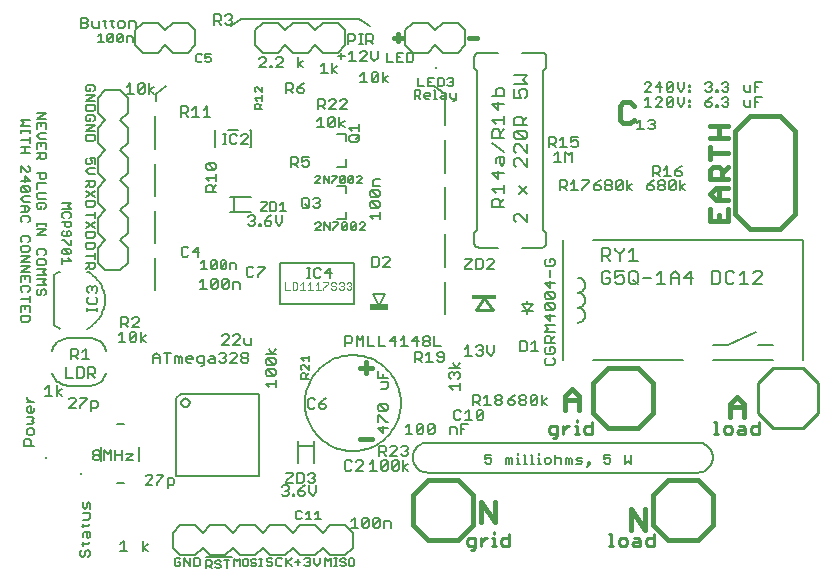
<source format=gto>
G75*
G70*
%OFA0B0*%
%FSLAX24Y24*%
%IPPOS*%
%LPD*%
%AMOC8*
5,1,8,0,0,1.08239X$1,22.5*
%
%ADD10C,0.0100*%
%ADD11C,0.0160*%
%ADD12C,0.0080*%
%ADD13C,0.0150*%
%ADD14C,0.0170*%
%ADD15C,0.0060*%
%ADD16C,0.0050*%
%ADD17R,0.0079X0.0079*%
%ADD18C,0.0040*%
%ADD19R,0.0827X0.0118*%
%ADD20R,0.0620X0.0240*%
D10*
X017230Y001297D02*
X017297Y001230D01*
X017497Y001230D01*
X017497Y001163D02*
X017497Y001497D01*
X017297Y001497D01*
X017230Y001430D01*
X017230Y001297D01*
X017363Y001097D02*
X017430Y001097D01*
X017497Y001163D01*
X017690Y001230D02*
X017690Y001497D01*
X017690Y001363D02*
X017824Y001497D01*
X017891Y001497D01*
X018074Y001497D02*
X018141Y001497D01*
X018141Y001230D01*
X018074Y001230D02*
X018208Y001230D01*
X018381Y001297D02*
X018381Y001430D01*
X018448Y001497D01*
X018648Y001497D01*
X018648Y001630D02*
X018648Y001230D01*
X018448Y001230D01*
X018381Y001297D01*
X018141Y001630D02*
X018141Y001697D01*
X021980Y001630D02*
X022047Y001630D01*
X022047Y001230D01*
X022113Y001230D02*
X021980Y001230D01*
X022287Y001297D02*
X022287Y001430D01*
X022354Y001497D01*
X022487Y001497D01*
X022554Y001430D01*
X022554Y001297D01*
X022487Y001230D01*
X022354Y001230D01*
X022287Y001297D01*
X022747Y001297D02*
X022814Y001363D01*
X023014Y001363D01*
X023014Y001430D02*
X023014Y001230D01*
X022814Y001230D01*
X022747Y001297D01*
X022814Y001497D02*
X022947Y001497D01*
X023014Y001430D01*
X023208Y001430D02*
X023208Y001297D01*
X023274Y001230D01*
X023475Y001230D01*
X023475Y001630D01*
X023475Y001497D02*
X023274Y001497D01*
X023208Y001430D01*
X020180Y004847D02*
X020247Y004913D01*
X020247Y005247D01*
X020047Y005247D01*
X019980Y005180D01*
X019980Y005047D01*
X020047Y004980D01*
X020247Y004980D01*
X020180Y004847D02*
X020113Y004847D01*
X020440Y004980D02*
X020440Y005247D01*
X020440Y005113D02*
X020574Y005247D01*
X020641Y005247D01*
X020824Y005247D02*
X020891Y005247D01*
X020891Y004980D01*
X020824Y004980D02*
X020958Y004980D01*
X021131Y005047D02*
X021131Y005180D01*
X021198Y005247D01*
X021398Y005247D01*
X021398Y005380D02*
X021398Y004980D01*
X021198Y004980D01*
X021131Y005047D01*
X020891Y005380D02*
X020891Y005447D01*
X025480Y005380D02*
X025547Y005380D01*
X025547Y004980D01*
X025613Y004980D02*
X025480Y004980D01*
X025787Y005047D02*
X025787Y005180D01*
X025854Y005247D01*
X025987Y005247D01*
X026054Y005180D01*
X026054Y005047D01*
X025987Y004980D01*
X025854Y004980D01*
X025787Y005047D01*
X026247Y005047D02*
X026314Y005113D01*
X026514Y005113D01*
X026514Y005180D02*
X026514Y004980D01*
X026314Y004980D01*
X026247Y005047D01*
X026314Y005247D02*
X026447Y005247D01*
X026514Y005180D01*
X026708Y005180D02*
X026708Y005047D01*
X026774Y004980D01*
X026975Y004980D01*
X026975Y005380D01*
X026975Y005247D02*
X026774Y005247D01*
X026708Y005180D01*
X026930Y005680D02*
X026930Y006680D01*
X027430Y007180D01*
X028430Y007180D01*
X028930Y006680D01*
X028930Y005680D01*
X028430Y005180D01*
X027430Y005180D01*
X026930Y005680D01*
X018100Y009082D02*
X017529Y009082D01*
X017805Y009495D01*
X018100Y009082D01*
X028180Y013805D02*
X028180Y014055D01*
D11*
X028180Y015055D01*
X027680Y015555D01*
X026680Y015555D01*
X026180Y015055D01*
X026180Y012305D01*
X026680Y011805D01*
X027680Y011805D01*
X028180Y012305D01*
X028180Y014055D01*
X022930Y007180D02*
X021930Y007180D01*
X021430Y006680D01*
X021430Y005680D01*
X021930Y005180D01*
X022930Y005180D01*
X023430Y005680D01*
X023430Y006680D01*
X022930Y007180D01*
X023930Y003430D02*
X024930Y003430D01*
X025430Y002930D01*
X025430Y001930D01*
X024930Y001430D01*
X023930Y001430D01*
X023430Y001930D01*
X023430Y002930D01*
X023930Y003430D01*
X017430Y002930D02*
X017430Y001930D01*
X016930Y001430D01*
X015930Y001430D01*
X015430Y001930D01*
X015430Y002930D01*
X015930Y003430D01*
X016930Y003430D01*
X017430Y002930D01*
X014055Y004805D02*
X013680Y004805D01*
X013868Y006993D02*
X013868Y007180D01*
X014055Y007180D01*
X013868Y007180D02*
X013868Y007368D01*
X013868Y007180D02*
X013680Y007180D01*
X014930Y018055D02*
X014930Y018180D01*
X014805Y018180D01*
X014930Y018180D02*
X015055Y018180D01*
X014930Y018180D02*
X014930Y018305D01*
X017305Y018180D02*
X017555Y018180D01*
D12*
X018813Y016917D02*
X019234Y016917D01*
X019094Y016777D01*
X019234Y016636D01*
X018813Y016636D01*
X018813Y016456D02*
X018813Y016176D01*
X019024Y016176D01*
X018954Y016316D01*
X018954Y016386D01*
X019024Y016456D01*
X019164Y016456D01*
X019234Y016386D01*
X019234Y016246D01*
X019164Y016176D01*
X018484Y016216D02*
X018484Y016426D01*
X018414Y016496D01*
X018274Y016496D01*
X018204Y016426D01*
X018204Y016216D01*
X018063Y016216D02*
X018484Y016216D01*
X018484Y015965D02*
X018063Y015965D01*
X018274Y015755D01*
X018274Y016036D01*
X018484Y015575D02*
X018484Y015295D01*
X018484Y015435D02*
X018063Y015435D01*
X018204Y015295D01*
X018274Y015115D02*
X018344Y015045D01*
X018344Y014834D01*
X018484Y014834D02*
X018063Y014834D01*
X018063Y015045D01*
X018133Y015115D01*
X018274Y015115D01*
X018344Y014975D02*
X018484Y015115D01*
X018813Y015005D02*
X018883Y015075D01*
X019164Y014795D01*
X019234Y014865D01*
X019234Y015005D01*
X019164Y015075D01*
X018883Y015075D01*
X018813Y015005D02*
X018813Y014865D01*
X018883Y014795D01*
X019164Y014795D01*
X019234Y014615D02*
X019234Y014334D01*
X018954Y014615D01*
X018883Y014615D01*
X018813Y014545D01*
X018813Y014405D01*
X018883Y014334D01*
X018883Y014154D02*
X018813Y014084D01*
X018813Y013944D01*
X018883Y013874D01*
X018954Y014154D02*
X019234Y013874D01*
X019234Y014154D01*
X018954Y014154D02*
X018883Y014154D01*
X018484Y014194D02*
X018484Y013984D01*
X018414Y013914D01*
X018344Y013984D01*
X018344Y014194D01*
X018274Y014194D02*
X018484Y014194D01*
X018484Y014374D02*
X018063Y014654D01*
X018274Y014194D02*
X018204Y014124D01*
X018204Y013984D01*
X018274Y013734D02*
X018274Y013453D01*
X018063Y013663D01*
X018484Y013663D01*
X018484Y013273D02*
X018484Y012993D01*
X018484Y013133D02*
X018063Y013133D01*
X018204Y012993D01*
X018133Y012813D02*
X018274Y012813D01*
X018344Y012743D01*
X018344Y012533D01*
X018344Y012673D02*
X018484Y012813D01*
X018954Y012953D02*
X019234Y013234D01*
X018954Y013234D02*
X019234Y012953D01*
X018484Y012533D02*
X018063Y012533D01*
X018063Y012743D01*
X018133Y012813D01*
X018813Y012243D02*
X018813Y012103D01*
X018883Y012033D01*
X018813Y012243D02*
X018883Y012313D01*
X018954Y012313D01*
X019234Y012033D01*
X019234Y012313D01*
X021720Y011165D02*
X021720Y010745D01*
X021720Y010885D02*
X021930Y010885D01*
X022000Y010955D01*
X022000Y011095D01*
X021930Y011165D01*
X021720Y011165D01*
X021860Y010885D02*
X022000Y010745D01*
X022321Y010745D02*
X022321Y010955D01*
X022461Y011095D01*
X022461Y011165D01*
X022641Y011025D02*
X022781Y011165D01*
X022781Y010745D01*
X022641Y010745D02*
X022921Y010745D01*
X022851Y010390D02*
X022711Y010390D01*
X022641Y010320D01*
X022641Y010040D01*
X022711Y009970D01*
X022851Y009970D01*
X022921Y010040D01*
X022921Y010320D01*
X022851Y010390D01*
X022781Y010110D02*
X022921Y009970D01*
X023101Y010180D02*
X023381Y010180D01*
X023562Y010250D02*
X023702Y010390D01*
X023702Y009970D01*
X023562Y009970D02*
X023842Y009970D01*
X024022Y009970D02*
X024022Y010250D01*
X024162Y010390D01*
X024302Y010250D01*
X024302Y009970D01*
X024302Y010180D02*
X024022Y010180D01*
X024482Y010180D02*
X024763Y010180D01*
X024693Y009970D02*
X024693Y010390D01*
X024482Y010180D01*
X025403Y009970D02*
X025613Y009970D01*
X025683Y010040D01*
X025683Y010320D01*
X025613Y010390D01*
X025403Y010390D01*
X025403Y009970D01*
X025864Y010040D02*
X025864Y010320D01*
X025934Y010390D01*
X026074Y010390D01*
X026144Y010320D01*
X026324Y010250D02*
X026464Y010390D01*
X026464Y009970D01*
X026324Y009970D02*
X026604Y009970D01*
X026784Y009970D02*
X027065Y010250D01*
X027065Y010320D01*
X026994Y010390D01*
X026854Y010390D01*
X026784Y010320D01*
X026784Y009970D02*
X027065Y009970D01*
X026144Y010040D02*
X026074Y009970D01*
X025934Y009970D01*
X025864Y010040D01*
X022461Y010040D02*
X022391Y009970D01*
X022250Y009970D01*
X022180Y010040D01*
X022180Y010180D02*
X022321Y010250D01*
X022391Y010250D01*
X022461Y010180D01*
X022461Y010040D01*
X022180Y010180D02*
X022180Y010390D01*
X022461Y010390D01*
X022000Y010320D02*
X021930Y010390D01*
X021790Y010390D01*
X021720Y010320D01*
X021720Y010040D01*
X021790Y009970D01*
X021930Y009970D01*
X022000Y010040D01*
X022000Y010180D01*
X021860Y010180D01*
X022321Y010955D02*
X022180Y011095D01*
X022180Y011165D01*
X022908Y015126D02*
X023121Y015126D01*
X023014Y015126D02*
X023014Y015447D01*
X022908Y015340D01*
X023276Y015393D02*
X023329Y015447D01*
X023436Y015447D01*
X023489Y015393D01*
X023489Y015340D01*
X023436Y015286D01*
X023489Y015233D01*
X023489Y015180D01*
X023436Y015126D01*
X023329Y015126D01*
X023276Y015180D01*
X023383Y015286D02*
X023436Y015286D01*
X023371Y015876D02*
X023158Y015876D01*
X023264Y015876D02*
X023264Y016197D01*
X023158Y016090D01*
X023158Y016376D02*
X023371Y016590D01*
X023371Y016643D01*
X023318Y016697D01*
X023211Y016697D01*
X023158Y016643D01*
X023158Y016376D02*
X023371Y016376D01*
X023526Y016536D02*
X023739Y016536D01*
X023686Y016376D02*
X023686Y016697D01*
X023526Y016536D01*
X023894Y016430D02*
X024108Y016643D01*
X024108Y016430D01*
X024054Y016376D01*
X023948Y016376D01*
X023894Y016430D01*
X023894Y016643D01*
X023948Y016697D01*
X024054Y016697D01*
X024108Y016643D01*
X024262Y016697D02*
X024262Y016483D01*
X024369Y016376D01*
X024476Y016483D01*
X024476Y016697D01*
X024631Y016590D02*
X024631Y016536D01*
X024684Y016536D01*
X024684Y016590D01*
X024631Y016590D01*
X024631Y016430D02*
X024631Y016376D01*
X024684Y016376D01*
X024684Y016430D01*
X024631Y016430D01*
X024476Y016197D02*
X024476Y015983D01*
X024369Y015876D01*
X024262Y015983D01*
X024262Y016197D01*
X024108Y016143D02*
X023894Y015930D01*
X023948Y015876D01*
X024054Y015876D01*
X024108Y015930D01*
X024108Y016143D01*
X024054Y016197D01*
X023948Y016197D01*
X023894Y016143D01*
X023894Y015930D01*
X023739Y015876D02*
X023526Y015876D01*
X023739Y016090D01*
X023739Y016143D01*
X023686Y016197D01*
X023579Y016197D01*
X023526Y016143D01*
X024631Y016090D02*
X024631Y016036D01*
X024684Y016036D01*
X024684Y016090D01*
X024631Y016090D01*
X024631Y015930D02*
X024631Y015876D01*
X024684Y015876D01*
X024684Y015930D01*
X024631Y015930D01*
X025183Y015930D02*
X025237Y015876D01*
X025343Y015876D01*
X025397Y015930D01*
X025397Y015983D01*
X025343Y016036D01*
X025183Y016036D01*
X025183Y015930D01*
X025183Y016036D02*
X025290Y016143D01*
X025397Y016197D01*
X025343Y016376D02*
X025237Y016376D01*
X025183Y016430D01*
X025290Y016536D02*
X025343Y016536D01*
X025397Y016483D01*
X025397Y016430D01*
X025343Y016376D01*
X025343Y016536D02*
X025397Y016590D01*
X025397Y016643D01*
X025343Y016697D01*
X025237Y016697D01*
X025183Y016643D01*
X025552Y016430D02*
X025605Y016430D01*
X025605Y016376D01*
X025552Y016376D01*
X025552Y016430D01*
X025736Y016430D02*
X025789Y016376D01*
X025896Y016376D01*
X025949Y016430D01*
X025949Y016483D01*
X025896Y016536D01*
X025842Y016536D01*
X025896Y016536D02*
X025949Y016590D01*
X025949Y016643D01*
X025896Y016697D01*
X025789Y016697D01*
X025736Y016643D01*
X025789Y016197D02*
X025736Y016143D01*
X025789Y016197D02*
X025896Y016197D01*
X025949Y016143D01*
X025949Y016090D01*
X025896Y016036D01*
X025949Y015983D01*
X025949Y015930D01*
X025896Y015876D01*
X025789Y015876D01*
X025736Y015930D01*
X025605Y015930D02*
X025605Y015876D01*
X025552Y015876D01*
X025552Y015930D01*
X025605Y015930D01*
X025842Y016036D02*
X025896Y016036D01*
X026472Y016090D02*
X026472Y015930D01*
X026526Y015876D01*
X026686Y015876D01*
X026686Y016090D01*
X026841Y016036D02*
X026947Y016036D01*
X026841Y015876D02*
X026841Y016197D01*
X027054Y016197D01*
X026841Y016376D02*
X026841Y016697D01*
X027054Y016697D01*
X026947Y016536D02*
X026841Y016536D01*
X026686Y016590D02*
X026686Y016376D01*
X026526Y016376D01*
X026472Y016430D01*
X026472Y016590D01*
X019234Y015536D02*
X019094Y015395D01*
X019094Y015465D02*
X019094Y015255D01*
X019234Y015255D02*
X018813Y015255D01*
X018813Y015465D01*
X018883Y015536D01*
X019024Y015536D01*
X019094Y015465D01*
X013206Y014981D02*
X013206Y014745D01*
X013206Y014981D02*
X012891Y014981D01*
X013206Y014115D02*
X013206Y013879D01*
X012891Y013879D01*
X012891Y013231D02*
X013206Y013231D01*
X013206Y012995D01*
X013206Y012365D02*
X013206Y012129D01*
X012891Y012129D01*
X010034Y012362D02*
X009483Y012362D01*
X009483Y012873D01*
X010034Y012873D01*
X009483Y012873D02*
X009326Y012873D01*
X009326Y012362D02*
X009483Y012362D01*
X005930Y012180D02*
X005930Y011680D01*
X005680Y011430D01*
X005930Y011180D01*
X005930Y010680D01*
X005680Y010430D01*
X005180Y010430D01*
X004930Y010680D01*
X004930Y011180D01*
X005180Y011430D01*
X004930Y011680D01*
X004930Y012180D01*
X005180Y012430D01*
X004930Y012680D01*
X004930Y013180D01*
X005180Y013430D01*
X004930Y013680D01*
X004930Y014180D01*
X005180Y014430D01*
X004930Y014680D01*
X004930Y015180D01*
X005180Y015430D01*
X004930Y015680D01*
X004930Y016180D01*
X005180Y016430D01*
X005680Y016430D01*
X005930Y016180D01*
X005930Y015680D01*
X005680Y015430D01*
X005930Y015180D01*
X005930Y014680D01*
X005680Y014430D01*
X005930Y014180D01*
X005930Y013680D01*
X005680Y013430D01*
X005930Y013180D01*
X005930Y012680D01*
X005680Y012430D01*
X005930Y012180D01*
X006857Y016056D02*
X006857Y016296D01*
X014108Y009627D02*
X014502Y009627D01*
X014305Y009233D01*
X014108Y009627D01*
X012123Y004722D02*
X012123Y004564D01*
X011612Y004564D01*
X011612Y004013D01*
X012123Y004013D02*
X012123Y004564D01*
X011612Y004564D02*
X011612Y004722D01*
X006310Y004541D02*
X006310Y004069D01*
X005798Y003321D02*
X005562Y003321D01*
X005050Y004069D02*
X005050Y004541D01*
X005562Y005289D02*
X005798Y005289D01*
X004699Y006580D02*
X003911Y006580D01*
X003867Y006585D01*
X003823Y006594D01*
X003779Y006605D01*
X003737Y006621D01*
X003696Y006639D01*
X003657Y006661D01*
X003620Y006685D01*
X003584Y006713D01*
X003551Y006743D01*
X003521Y006776D01*
X003493Y006811D01*
X003468Y006848D01*
X003446Y006887D01*
X003427Y006928D01*
X003412Y006970D01*
X003400Y007013D01*
X003400Y007722D02*
X003412Y007765D01*
X003427Y007807D01*
X003446Y007848D01*
X003468Y007887D01*
X003493Y007924D01*
X003521Y007959D01*
X003551Y007992D01*
X003584Y008022D01*
X003620Y008050D01*
X003657Y008074D01*
X003696Y008096D01*
X003737Y008114D01*
X003779Y008130D01*
X003823Y008141D01*
X003867Y008150D01*
X003911Y008155D01*
X004699Y008155D01*
X004743Y008150D01*
X004787Y008141D01*
X004831Y008130D01*
X004873Y008114D01*
X004914Y008096D01*
X004953Y008074D01*
X004990Y008050D01*
X005026Y008022D01*
X005059Y007992D01*
X005089Y007959D01*
X005117Y007924D01*
X005142Y007887D01*
X005164Y007848D01*
X005183Y007807D01*
X005198Y007765D01*
X005210Y007722D01*
X005210Y007013D02*
X005198Y006970D01*
X005183Y006928D01*
X005164Y006887D01*
X005142Y006848D01*
X005117Y006811D01*
X005089Y006776D01*
X005059Y006743D01*
X005026Y006713D01*
X004990Y006685D01*
X004953Y006661D01*
X004914Y006639D01*
X004873Y006621D01*
X004831Y006605D01*
X004787Y006594D01*
X004743Y006585D01*
X004699Y006580D01*
X017845Y004270D02*
X017845Y004120D01*
X017945Y004170D01*
X017995Y004170D01*
X018045Y004120D01*
X018045Y004020D01*
X017995Y003970D01*
X017895Y003970D01*
X017845Y004020D01*
X017845Y004270D02*
X018045Y004270D01*
X018545Y004170D02*
X018545Y003970D01*
X018645Y003970D02*
X018645Y004120D01*
X018695Y004170D01*
X018745Y004120D01*
X018745Y003970D01*
X018895Y003970D02*
X018995Y003970D01*
X018945Y003970D02*
X018945Y004170D01*
X018895Y004170D01*
X018945Y004270D02*
X018945Y004320D01*
X019128Y004270D02*
X019178Y004270D01*
X019178Y003970D01*
X019128Y003970D02*
X019228Y003970D01*
X019361Y003970D02*
X019461Y003970D01*
X019411Y003970D02*
X019411Y004270D01*
X019361Y004270D01*
X019594Y004170D02*
X019645Y004170D01*
X019645Y003970D01*
X019695Y003970D02*
X019594Y003970D01*
X019828Y004020D02*
X019828Y004120D01*
X019878Y004170D01*
X019978Y004170D01*
X020028Y004120D01*
X020028Y004020D01*
X019978Y003970D01*
X019878Y003970D01*
X019828Y004020D01*
X019645Y004270D02*
X019645Y004320D01*
X020178Y004270D02*
X020178Y003970D01*
X020178Y004120D02*
X020228Y004170D01*
X020328Y004170D01*
X020378Y004120D01*
X020378Y003970D01*
X020528Y003970D02*
X020528Y004170D01*
X020578Y004170D01*
X020628Y004120D01*
X020678Y004170D01*
X020728Y004120D01*
X020728Y003970D01*
X020628Y003970D02*
X020628Y004120D01*
X020877Y004120D02*
X020927Y004070D01*
X021028Y004070D01*
X021078Y004020D01*
X021028Y003970D01*
X020877Y003970D01*
X020877Y004120D02*
X020927Y004170D01*
X021078Y004170D01*
X021277Y004020D02*
X021277Y003970D01*
X021327Y003970D01*
X021327Y004020D01*
X021277Y004020D01*
X021327Y003970D02*
X021227Y003870D01*
X021811Y004020D02*
X021861Y003970D01*
X021961Y003970D01*
X022011Y004020D01*
X022011Y004120D01*
X021961Y004170D01*
X021911Y004170D01*
X021811Y004120D01*
X021811Y004270D01*
X022011Y004270D01*
X022510Y004270D02*
X022510Y003970D01*
X022610Y004070D01*
X022710Y003970D01*
X022710Y004270D01*
X018645Y004120D02*
X018595Y004170D01*
X018545Y004170D01*
D13*
X025348Y012068D02*
X025949Y012068D01*
X025949Y012468D01*
X025648Y012268D02*
X025648Y012068D01*
X025348Y012068D02*
X025348Y012468D01*
X025548Y012758D02*
X025348Y012958D01*
X025548Y013158D01*
X025949Y013158D01*
X025949Y013449D02*
X025348Y013449D01*
X025348Y013749D01*
X025448Y013849D01*
X025648Y013849D01*
X025749Y013749D01*
X025749Y013449D01*
X025749Y013649D02*
X025949Y013849D01*
X025348Y014139D02*
X025348Y014540D01*
X025348Y014339D02*
X025949Y014339D01*
X025949Y014830D02*
X025348Y014830D01*
X025648Y014830D02*
X025648Y015230D01*
X025348Y015230D02*
X025949Y015230D01*
X025648Y013158D02*
X025648Y012758D01*
X025548Y012758D02*
X025949Y012758D01*
D14*
X022788Y015443D02*
X022673Y015327D01*
X022443Y015327D01*
X022327Y015443D01*
X022327Y015903D01*
X022443Y016018D01*
X022673Y016018D01*
X022788Y015903D01*
X020745Y006456D02*
X020975Y006225D01*
X020975Y005765D01*
X020515Y005765D02*
X020515Y006225D01*
X020745Y006456D01*
X020515Y006110D02*
X020975Y006110D01*
X026015Y005975D02*
X026015Y005515D01*
X026015Y005860D02*
X026475Y005860D01*
X026475Y005975D02*
X026475Y005515D01*
X026475Y005975D02*
X026245Y006206D01*
X026015Y005975D01*
X023163Y002456D02*
X023163Y001765D01*
X022703Y002456D01*
X022703Y001765D01*
X018163Y002015D02*
X018163Y002706D01*
X017703Y002706D02*
X018163Y002015D01*
X017703Y002015D02*
X017703Y002706D01*
D15*
X004391Y000871D02*
X004335Y000927D01*
X004335Y001041D01*
X004391Y001098D01*
X004505Y001041D02*
X004505Y000927D01*
X004448Y000871D01*
X004391Y000871D01*
X004505Y001041D02*
X004562Y001098D01*
X004618Y001098D01*
X004675Y001041D01*
X004675Y000927D01*
X004618Y000871D01*
X004448Y001239D02*
X004448Y001352D01*
X004391Y001296D02*
X004618Y001296D01*
X004675Y001352D01*
X004618Y001485D02*
X004562Y001541D01*
X004562Y001711D01*
X004505Y001711D02*
X004675Y001711D01*
X004675Y001541D01*
X004618Y001485D01*
X004448Y001541D02*
X004448Y001655D01*
X004505Y001711D01*
X004448Y001853D02*
X004448Y001966D01*
X004391Y001910D02*
X004618Y001910D01*
X004675Y001966D01*
X004618Y002098D02*
X004675Y002155D01*
X004675Y002325D01*
X004448Y002325D01*
X004505Y002467D02*
X004448Y002523D01*
X004448Y002694D01*
X004562Y002637D02*
X004562Y002523D01*
X004505Y002467D01*
X004675Y002467D02*
X004675Y002637D01*
X004618Y002694D01*
X004562Y002637D01*
X004618Y002098D02*
X004448Y002098D01*
X005685Y001287D02*
X005798Y001400D01*
X005798Y001060D01*
X005685Y001060D02*
X005912Y001060D01*
X006422Y001060D02*
X006422Y001400D01*
X006592Y001287D02*
X006422Y001173D01*
X006592Y001060D01*
X007430Y001180D02*
X007430Y001680D01*
X007680Y001930D01*
X008180Y001930D01*
X008430Y001680D01*
X008680Y001930D01*
X009180Y001930D01*
X009430Y001680D01*
X009680Y001930D01*
X010180Y001930D01*
X010430Y001680D01*
X010680Y001930D01*
X011180Y001930D01*
X011430Y001680D01*
X011680Y001930D01*
X012180Y001930D01*
X012430Y001680D01*
X012680Y001930D01*
X013180Y001930D01*
X013430Y001680D01*
X013430Y001180D01*
X013180Y000930D01*
X012680Y000930D01*
X012430Y001180D01*
X012180Y000930D01*
X011680Y000930D01*
X011430Y001180D01*
X011180Y000930D01*
X010680Y000930D01*
X010430Y001180D01*
X010180Y000930D01*
X009680Y000930D01*
X009430Y001180D01*
X009180Y000930D01*
X008680Y000930D01*
X008430Y001180D01*
X008180Y000930D01*
X007680Y000930D01*
X007430Y001180D01*
X007540Y000844D02*
X007491Y000796D01*
X007491Y000602D01*
X007540Y000554D01*
X007636Y000554D01*
X007685Y000602D01*
X007685Y000699D01*
X007588Y000699D01*
X007685Y000796D02*
X007636Y000844D01*
X007540Y000844D01*
X007813Y000844D02*
X008007Y000554D01*
X008007Y000844D01*
X008136Y000844D02*
X008281Y000844D01*
X008329Y000796D01*
X008329Y000602D01*
X008281Y000554D01*
X008136Y000554D01*
X008136Y000844D01*
X007813Y000844D02*
X007813Y000554D01*
X010554Y000602D02*
X010602Y000554D01*
X010699Y000554D01*
X010747Y000602D01*
X010747Y000651D01*
X010699Y000699D01*
X010602Y000699D01*
X010554Y000747D01*
X010554Y000796D01*
X010602Y000844D01*
X010699Y000844D01*
X010747Y000796D01*
X010876Y000796D02*
X010876Y000602D01*
X010924Y000554D01*
X011021Y000554D01*
X011070Y000602D01*
X011198Y000554D02*
X011198Y000844D01*
X011070Y000796D02*
X011021Y000844D01*
X010924Y000844D01*
X010876Y000796D01*
X011198Y000651D02*
X011392Y000844D01*
X011491Y000699D02*
X011685Y000699D01*
X011588Y000796D02*
X011588Y000602D01*
X011392Y000554D02*
X011247Y000699D01*
X011813Y000796D02*
X011862Y000844D01*
X011959Y000844D01*
X012007Y000796D01*
X012007Y000747D01*
X011959Y000699D01*
X012007Y000651D01*
X012007Y000602D01*
X011959Y000554D01*
X011862Y000554D01*
X011813Y000602D01*
X011910Y000699D02*
X011959Y000699D01*
X012136Y000651D02*
X012233Y000554D01*
X012329Y000651D01*
X012329Y000844D01*
X012136Y000844D02*
X012136Y000651D01*
X013379Y001837D02*
X013606Y001837D01*
X013492Y001837D02*
X013492Y002177D01*
X013379Y002064D01*
X013747Y002121D02*
X013747Y001894D01*
X013974Y002121D01*
X013974Y001894D01*
X013917Y001837D01*
X013804Y001837D01*
X013747Y001894D01*
X013747Y002121D02*
X013804Y002177D01*
X013917Y002177D01*
X013974Y002121D01*
X014115Y002121D02*
X014115Y001894D01*
X014342Y002121D01*
X014342Y001894D01*
X014286Y001837D01*
X014172Y001837D01*
X014115Y001894D01*
X014115Y002121D02*
X014172Y002177D01*
X014286Y002177D01*
X014342Y002121D01*
X014484Y002064D02*
X014484Y001837D01*
X014711Y001837D02*
X014711Y002007D01*
X014654Y002064D01*
X014484Y002064D01*
X012373Y002117D02*
X012180Y002117D01*
X012276Y002117D02*
X012276Y002407D01*
X012180Y002310D01*
X012051Y002117D02*
X011857Y002117D01*
X011954Y002117D02*
X011954Y002407D01*
X011857Y002310D01*
X011728Y002359D02*
X011680Y002407D01*
X011583Y002407D01*
X011535Y002359D01*
X011535Y002165D01*
X011583Y002117D01*
X011680Y002117D01*
X011728Y002165D01*
X011669Y002910D02*
X011783Y002910D01*
X011839Y002967D01*
X011839Y003023D01*
X011783Y003080D01*
X011612Y003080D01*
X011612Y002967D01*
X011669Y002910D01*
X011612Y003080D02*
X011726Y003194D01*
X011839Y003250D01*
X011742Y003329D02*
X011799Y003385D01*
X011799Y003612D01*
X011742Y003669D01*
X011572Y003669D01*
X011572Y003329D01*
X011742Y003329D01*
X011940Y003385D02*
X011997Y003329D01*
X012111Y003329D01*
X012167Y003385D01*
X012167Y003442D01*
X012111Y003499D01*
X012054Y003499D01*
X012111Y003499D02*
X012167Y003556D01*
X012167Y003612D01*
X012111Y003669D01*
X011997Y003669D01*
X011940Y003612D01*
X011431Y003612D02*
X011204Y003385D01*
X011204Y003329D01*
X011431Y003329D01*
X011287Y003194D02*
X011287Y003137D01*
X011230Y003080D01*
X011287Y003023D01*
X011287Y002967D01*
X011230Y002910D01*
X011117Y002910D01*
X011060Y002967D01*
X011173Y003080D02*
X011230Y003080D01*
X011287Y003194D02*
X011230Y003250D01*
X011117Y003250D01*
X011060Y003194D01*
X011428Y002967D02*
X011428Y002910D01*
X011485Y002910D01*
X011485Y002967D01*
X011428Y002967D01*
X011981Y003023D02*
X011981Y003250D01*
X011981Y003023D02*
X012094Y002910D01*
X012208Y003023D01*
X012208Y003250D01*
X011431Y003612D02*
X011431Y003669D01*
X011204Y003669D01*
X010310Y003550D02*
X007550Y003550D01*
X007550Y006170D01*
X007690Y006310D01*
X010310Y006310D01*
X010310Y003550D01*
X013160Y003799D02*
X013217Y003742D01*
X013330Y003742D01*
X013387Y003799D01*
X013528Y003742D02*
X013755Y003969D01*
X013755Y004026D01*
X013699Y004082D01*
X013585Y004082D01*
X013528Y004026D01*
X013387Y004026D02*
X013330Y004082D01*
X013217Y004082D01*
X013160Y004026D01*
X013160Y003799D01*
X013528Y003742D02*
X013755Y003742D01*
X013997Y003747D02*
X014224Y003747D01*
X014111Y003747D02*
X014111Y004088D01*
X013997Y003974D01*
X014310Y004235D02*
X014310Y004575D01*
X014480Y004575D01*
X014537Y004519D01*
X014537Y004405D01*
X014480Y004348D01*
X014310Y004348D01*
X014423Y004348D02*
X014537Y004235D01*
X014678Y004235D02*
X014905Y004462D01*
X014905Y004519D01*
X014848Y004575D01*
X014735Y004575D01*
X014678Y004519D01*
X015047Y004519D02*
X015103Y004575D01*
X015217Y004575D01*
X015273Y004519D01*
X015273Y004462D01*
X015217Y004405D01*
X015273Y004348D01*
X015273Y004292D01*
X015217Y004235D01*
X015103Y004235D01*
X015047Y004292D01*
X014905Y004235D02*
X014678Y004235D01*
X014791Y004088D02*
X014904Y004088D01*
X014961Y004031D01*
X014734Y003804D01*
X014791Y003747D01*
X014904Y003747D01*
X014961Y003804D01*
X014961Y004031D01*
X015102Y004088D02*
X015102Y003747D01*
X015102Y003861D02*
X015273Y003974D01*
X015102Y003861D02*
X015273Y003747D01*
X014734Y003804D02*
X014734Y004031D01*
X014791Y004088D01*
X014593Y004031D02*
X014366Y003804D01*
X014423Y003747D01*
X014536Y003747D01*
X014593Y003804D01*
X014593Y004031D01*
X014536Y004088D01*
X014423Y004088D01*
X014366Y004031D01*
X014366Y003804D01*
X015160Y004405D02*
X015217Y004405D01*
X015191Y004962D02*
X015418Y004962D01*
X015305Y004962D02*
X015305Y005302D01*
X015191Y005189D01*
X015560Y005246D02*
X015560Y005019D01*
X015786Y005246D01*
X015786Y005019D01*
X015730Y004962D01*
X015616Y004962D01*
X015560Y005019D01*
X015560Y005246D02*
X015616Y005302D01*
X015730Y005302D01*
X015786Y005246D01*
X015928Y005246D02*
X015928Y005019D01*
X016155Y005246D01*
X016155Y005019D01*
X016098Y004962D01*
X015985Y004962D01*
X015928Y005019D01*
X015928Y005246D02*
X015985Y005302D01*
X016098Y005302D01*
X016155Y005246D01*
X016665Y005189D02*
X016665Y004962D01*
X016891Y004962D02*
X016891Y005132D01*
X016835Y005189D01*
X016665Y005189D01*
X016873Y005429D02*
X016986Y005429D01*
X017043Y005486D01*
X017185Y005429D02*
X017411Y005429D01*
X017298Y005429D02*
X017298Y005770D01*
X017185Y005656D01*
X017043Y005713D02*
X016986Y005770D01*
X016873Y005770D01*
X016816Y005713D01*
X016816Y005486D01*
X016873Y005429D01*
X017033Y005302D02*
X017260Y005302D01*
X017146Y005132D02*
X017033Y005132D01*
X017033Y004962D02*
X017033Y005302D01*
X017553Y005486D02*
X017780Y005713D01*
X017780Y005486D01*
X017723Y005429D01*
X017610Y005429D01*
X017553Y005486D01*
X017553Y005713D01*
X017610Y005770D01*
X017723Y005770D01*
X017780Y005713D01*
X017797Y005929D02*
X018024Y005929D01*
X017911Y005929D02*
X017911Y006269D01*
X017797Y006156D01*
X017656Y006212D02*
X017656Y006099D01*
X017599Y006042D01*
X017429Y006042D01*
X017429Y005929D02*
X017429Y006269D01*
X017599Y006269D01*
X017656Y006212D01*
X017542Y006042D02*
X017656Y005929D01*
X018165Y005985D02*
X018165Y006042D01*
X018222Y006099D01*
X018336Y006099D01*
X018392Y006042D01*
X018392Y005985D01*
X018336Y005929D01*
X018222Y005929D01*
X018165Y005985D01*
X018222Y006099D02*
X018165Y006156D01*
X018165Y006212D01*
X018222Y006269D01*
X018336Y006269D01*
X018392Y006212D01*
X018392Y006156D01*
X018336Y006099D01*
X018616Y006099D02*
X018616Y005985D01*
X018673Y005929D01*
X018786Y005929D01*
X018843Y005985D01*
X018843Y006042D01*
X018786Y006099D01*
X018616Y006099D01*
X018730Y006212D01*
X018843Y006269D01*
X018985Y006212D02*
X018985Y006156D01*
X019041Y006099D01*
X019155Y006099D01*
X019211Y006042D01*
X019211Y005985D01*
X019155Y005929D01*
X019041Y005929D01*
X018985Y005985D01*
X018985Y006042D01*
X019041Y006099D01*
X019155Y006099D02*
X019211Y006156D01*
X019211Y006212D01*
X019155Y006269D01*
X019041Y006269D01*
X018985Y006212D01*
X019353Y006212D02*
X019353Y005985D01*
X019580Y006212D01*
X019580Y005985D01*
X019523Y005929D01*
X019410Y005929D01*
X019353Y005985D01*
X019353Y006212D02*
X019410Y006269D01*
X019523Y006269D01*
X019580Y006212D01*
X019721Y006269D02*
X019721Y005929D01*
X019721Y006042D02*
X019891Y006156D01*
X019721Y006042D02*
X019891Y005929D01*
X019879Y007260D02*
X020106Y007260D01*
X020162Y007317D01*
X020162Y007430D01*
X020106Y007487D01*
X020106Y007628D02*
X020162Y007685D01*
X020162Y007798D01*
X020106Y007855D01*
X019992Y007855D01*
X019992Y007742D01*
X019879Y007855D02*
X019822Y007798D01*
X019822Y007685D01*
X019879Y007628D01*
X020106Y007628D01*
X019879Y007487D02*
X019822Y007430D01*
X019822Y007317D01*
X019879Y007260D01*
X019605Y007723D02*
X019378Y007723D01*
X019492Y007723D02*
X019492Y008063D01*
X019378Y007949D01*
X019237Y008006D02*
X019237Y007779D01*
X019180Y007723D01*
X019010Y007723D01*
X019010Y008063D01*
X019180Y008063D01*
X019237Y008006D01*
X019822Y007997D02*
X019822Y008167D01*
X019879Y008223D01*
X019992Y008223D01*
X020049Y008167D01*
X020049Y007997D01*
X020049Y008110D02*
X020162Y008223D01*
X020162Y008365D02*
X019822Y008365D01*
X019936Y008478D01*
X019822Y008592D01*
X020162Y008592D01*
X019992Y008733D02*
X019992Y008960D01*
X020162Y008903D02*
X019822Y008903D01*
X019992Y008733D01*
X019879Y009102D02*
X019822Y009158D01*
X019822Y009272D01*
X019879Y009328D01*
X020106Y009102D01*
X020162Y009158D01*
X020162Y009272D01*
X020106Y009328D01*
X019879Y009328D01*
X019879Y009470D02*
X019822Y009527D01*
X019822Y009640D01*
X019879Y009697D01*
X020106Y009470D01*
X020162Y009527D01*
X020162Y009640D01*
X020106Y009697D01*
X019879Y009697D01*
X019992Y009838D02*
X019992Y010065D01*
X019992Y010207D02*
X019992Y010433D01*
X019879Y010575D02*
X020106Y010575D01*
X020162Y010632D01*
X020162Y010745D01*
X020106Y010802D01*
X019992Y010802D01*
X019992Y010688D01*
X019879Y010575D02*
X019822Y010632D01*
X019822Y010745D01*
X019879Y010802D01*
X019730Y011180D02*
X019080Y011180D01*
X019730Y011180D02*
X019753Y011182D01*
X019776Y011187D01*
X019798Y011196D01*
X019818Y011209D01*
X019836Y011224D01*
X019851Y011242D01*
X019864Y011262D01*
X019873Y011284D01*
X019878Y011307D01*
X019880Y011330D01*
X019880Y011680D01*
X019780Y011780D01*
X019780Y017080D01*
X019880Y017180D01*
X019880Y017530D01*
X019878Y017553D01*
X019873Y017576D01*
X019864Y017598D01*
X019851Y017618D01*
X019836Y017636D01*
X019818Y017651D01*
X019798Y017664D01*
X019776Y017673D01*
X019753Y017678D01*
X019730Y017680D01*
X019080Y017680D01*
X018280Y017680D02*
X017630Y017680D01*
X017607Y017678D01*
X017584Y017673D01*
X017562Y017664D01*
X017542Y017651D01*
X017524Y017636D01*
X017509Y017618D01*
X017496Y017598D01*
X017487Y017576D01*
X017482Y017553D01*
X017480Y017530D01*
X017480Y017180D01*
X017580Y017080D01*
X017580Y011780D01*
X017480Y011680D01*
X017480Y011330D01*
X017482Y011307D01*
X017487Y011284D01*
X017496Y011262D01*
X017509Y011242D01*
X017524Y011224D01*
X017542Y011209D01*
X017562Y011196D01*
X017584Y011187D01*
X017607Y011182D01*
X017630Y011180D01*
X018280Y011180D01*
X018077Y010807D02*
X017964Y010807D01*
X017907Y010750D01*
X017766Y010750D02*
X017766Y010523D01*
X017709Y010466D01*
X017539Y010466D01*
X017539Y010807D01*
X017709Y010807D01*
X017766Y010750D01*
X018077Y010807D02*
X018134Y010750D01*
X018134Y010693D01*
X017907Y010466D01*
X018134Y010466D01*
X017397Y010466D02*
X017171Y010466D01*
X017171Y010523D01*
X017397Y010750D01*
X017397Y010807D01*
X017171Y010807D01*
X016508Y010539D02*
X016508Y011618D01*
X016508Y012118D02*
X016508Y013196D01*
X016508Y013680D02*
X016508Y014774D01*
X016508Y015258D02*
X016508Y016305D01*
X016149Y016555D01*
X016132Y016554D02*
X015938Y016554D01*
X015938Y016844D01*
X016132Y016844D01*
X016261Y016844D02*
X016406Y016844D01*
X016454Y016796D01*
X016454Y016602D01*
X016406Y016554D01*
X016261Y016554D01*
X016261Y016844D01*
X016035Y016699D02*
X015938Y016699D01*
X015810Y016554D02*
X015616Y016554D01*
X015616Y016844D01*
X015636Y016438D02*
X015491Y016438D01*
X015491Y016147D01*
X015491Y016244D02*
X015636Y016244D01*
X015685Y016293D01*
X015685Y016389D01*
X015636Y016438D01*
X015588Y016244D02*
X015685Y016147D01*
X015813Y016196D02*
X015813Y016293D01*
X015862Y016341D01*
X015959Y016341D01*
X016007Y016293D01*
X016007Y016244D01*
X015813Y016244D01*
X015813Y016196D02*
X015862Y016147D01*
X015959Y016147D01*
X016136Y016147D02*
X016233Y016147D01*
X016184Y016147D02*
X016184Y016438D01*
X016136Y016438D01*
X016399Y016341D02*
X016496Y016341D01*
X016544Y016293D01*
X016544Y016147D01*
X016399Y016147D01*
X016351Y016196D01*
X016399Y016244D01*
X016544Y016244D01*
X016673Y016196D02*
X016721Y016147D01*
X016866Y016147D01*
X016866Y016099D02*
X016818Y016051D01*
X016770Y016051D01*
X016866Y016099D02*
X016866Y016341D01*
X016673Y016341D02*
X016673Y016196D01*
X016631Y016554D02*
X016583Y016602D01*
X016631Y016554D02*
X016728Y016554D01*
X016777Y016602D01*
X016777Y016650D01*
X016728Y016699D01*
X016680Y016699D01*
X016728Y016699D02*
X016777Y016747D01*
X016777Y016796D01*
X016728Y016844D01*
X016631Y016844D01*
X016583Y016796D01*
X015448Y017416D02*
X015448Y017616D01*
X015398Y017667D01*
X015248Y017667D01*
X015248Y017366D01*
X015398Y017366D01*
X015448Y017416D01*
X015117Y017366D02*
X014916Y017366D01*
X014916Y017667D01*
X015117Y017667D01*
X015017Y017516D02*
X014916Y017516D01*
X014785Y017366D02*
X014585Y017366D01*
X014585Y017667D01*
X014261Y017738D02*
X014261Y017511D01*
X014147Y017398D01*
X014034Y017511D01*
X014034Y017738D01*
X013892Y017681D02*
X013836Y017738D01*
X013722Y017738D01*
X013665Y017681D01*
X013892Y017681D02*
X013892Y017624D01*
X013665Y017398D01*
X013892Y017398D01*
X013524Y017398D02*
X013297Y017398D01*
X013410Y017398D02*
X013410Y017738D01*
X013297Y017624D01*
X013156Y017568D02*
X012929Y017568D01*
X012930Y017680D02*
X013180Y017930D01*
X013180Y018430D01*
X012930Y018680D01*
X012430Y018680D01*
X012180Y018430D01*
X011930Y018680D01*
X011430Y018680D01*
X011180Y018430D01*
X010930Y018680D01*
X010430Y018680D01*
X010180Y018430D01*
X010180Y017930D01*
X010430Y017680D01*
X010930Y017680D01*
X011180Y017930D01*
X011430Y017680D01*
X011930Y017680D01*
X012180Y017930D01*
X012430Y017680D01*
X012930Y017680D01*
X013042Y017681D02*
X013042Y017454D01*
X012741Y017338D02*
X012741Y016998D01*
X012741Y017111D02*
X012911Y017224D01*
X012741Y017111D02*
X012911Y016998D01*
X012599Y016998D02*
X012372Y016998D01*
X012486Y016998D02*
X012486Y017338D01*
X012372Y017224D01*
X011769Y017185D02*
X011599Y017298D01*
X011769Y017412D01*
X011599Y017525D02*
X011599Y017185D01*
X011089Y017185D02*
X010862Y017185D01*
X011089Y017412D01*
X011089Y017469D01*
X011033Y017525D01*
X010919Y017525D01*
X010862Y017469D01*
X010735Y017242D02*
X010735Y017185D01*
X010678Y017185D01*
X010678Y017242D01*
X010735Y017242D01*
X010537Y017185D02*
X010310Y017185D01*
X010537Y017412D01*
X010537Y017469D01*
X010480Y017525D01*
X010367Y017525D01*
X010310Y017469D01*
X011216Y016669D02*
X011386Y016669D01*
X011443Y016612D01*
X011443Y016499D01*
X011386Y016442D01*
X011216Y016442D01*
X011216Y016329D02*
X011216Y016669D01*
X011585Y016499D02*
X011755Y016499D01*
X011811Y016442D01*
X011811Y016385D01*
X011755Y016329D01*
X011641Y016329D01*
X011585Y016385D01*
X011585Y016499D01*
X011698Y016612D01*
X011811Y016669D01*
X011443Y016329D02*
X011330Y016442D01*
X012279Y016138D02*
X012279Y015798D01*
X012279Y015911D02*
X012449Y015911D01*
X012506Y015968D01*
X012506Y016081D01*
X012449Y016138D01*
X012279Y016138D01*
X012392Y015911D02*
X012506Y015798D01*
X012647Y015798D02*
X012874Y016024D01*
X012874Y016081D01*
X012817Y016138D01*
X012704Y016138D01*
X012647Y016081D01*
X013015Y016081D02*
X013072Y016138D01*
X013186Y016138D01*
X013242Y016081D01*
X013242Y016024D01*
X013015Y015798D01*
X013242Y015798D01*
X012984Y015525D02*
X012984Y015185D01*
X012984Y015298D02*
X013154Y015185D01*
X013297Y015179D02*
X013411Y015066D01*
X013354Y014924D02*
X013581Y014924D01*
X013638Y014868D01*
X013638Y014754D01*
X013581Y014698D01*
X013354Y014698D01*
X013297Y014754D01*
X013297Y014868D01*
X013354Y014924D01*
X013524Y014811D02*
X013638Y014924D01*
X013638Y015066D02*
X013638Y015293D01*
X013638Y015179D02*
X013297Y015179D01*
X013154Y015412D02*
X012984Y015298D01*
X012843Y015242D02*
X012786Y015185D01*
X012673Y015185D01*
X012616Y015242D01*
X012843Y015469D01*
X012843Y015242D01*
X012843Y015469D02*
X012786Y015525D01*
X012673Y015525D01*
X012616Y015469D01*
X012616Y015242D01*
X012474Y015185D02*
X012248Y015185D01*
X012361Y015185D02*
X012361Y015525D01*
X012248Y015412D01*
X012647Y015798D02*
X012874Y015798D01*
X013685Y016685D02*
X013912Y016685D01*
X013798Y016685D02*
X013798Y017025D01*
X013685Y016912D01*
X014053Y016969D02*
X014053Y016742D01*
X014280Y016969D01*
X014280Y016742D01*
X014223Y016685D01*
X014110Y016685D01*
X014053Y016742D01*
X014053Y016969D02*
X014110Y017025D01*
X014223Y017025D01*
X014280Y016969D01*
X014422Y017025D02*
X014422Y016685D01*
X014422Y016798D02*
X014592Y016912D01*
X014422Y016798D02*
X014592Y016685D01*
X015430Y017680D02*
X015930Y017680D01*
X016180Y017930D01*
X016430Y017680D01*
X016930Y017680D01*
X017180Y017930D01*
X017180Y018430D01*
X016930Y018680D01*
X016430Y018680D01*
X016180Y018430D01*
X015930Y018680D01*
X015430Y018680D01*
X015180Y018430D01*
X015180Y017930D01*
X015430Y017680D01*
X014113Y017960D02*
X014000Y018073D01*
X014056Y018073D02*
X013886Y018073D01*
X013886Y017960D02*
X013886Y018300D01*
X014056Y018300D01*
X014113Y018244D01*
X014113Y018130D01*
X014056Y018073D01*
X013754Y017960D02*
X013641Y017960D01*
X013698Y017960D02*
X013698Y018300D01*
X013754Y018300D02*
X013641Y018300D01*
X013499Y018244D02*
X013499Y018130D01*
X013443Y018073D01*
X013272Y018073D01*
X013272Y017960D02*
X013272Y018300D01*
X013443Y018300D01*
X013499Y018244D01*
X013649Y018805D02*
X014008Y018555D01*
X013649Y018805D02*
X009711Y018805D01*
X009367Y018555D01*
X009348Y018610D02*
X009235Y018610D01*
X009178Y018667D01*
X009037Y018610D02*
X008923Y018723D01*
X008980Y018723D02*
X008810Y018723D01*
X008810Y018610D02*
X008810Y018950D01*
X008980Y018950D01*
X009037Y018894D01*
X009037Y018780D01*
X008980Y018723D01*
X009178Y018894D02*
X009235Y018950D01*
X009348Y018950D01*
X009405Y018894D01*
X009405Y018837D01*
X009348Y018780D01*
X009405Y018723D01*
X009405Y018667D01*
X009348Y018610D01*
X009348Y018780D02*
X009292Y018780D01*
X008180Y018430D02*
X008180Y017930D01*
X007930Y017680D01*
X007430Y017680D01*
X007180Y017930D01*
X006930Y017680D01*
X006430Y017680D01*
X006180Y017930D01*
X006180Y018430D01*
X006430Y018680D01*
X006930Y018680D01*
X007180Y018430D01*
X007430Y018680D01*
X007930Y018680D01*
X008180Y018430D01*
X006189Y018491D02*
X006189Y018661D01*
X006132Y018718D01*
X005962Y018718D01*
X005962Y018491D01*
X005821Y018548D02*
X005821Y018661D01*
X005764Y018718D01*
X005651Y018718D01*
X005594Y018661D01*
X005594Y018548D01*
X005651Y018491D01*
X005764Y018491D01*
X005821Y018548D01*
X005718Y018313D02*
X005767Y018264D01*
X005573Y018071D01*
X005622Y018022D01*
X005718Y018022D01*
X005767Y018071D01*
X005767Y018264D01*
X005718Y018313D02*
X005622Y018313D01*
X005573Y018264D01*
X005573Y018071D01*
X005445Y018071D02*
X005396Y018022D01*
X005299Y018022D01*
X005251Y018071D01*
X005445Y018264D01*
X005445Y018071D01*
X005445Y018264D02*
X005396Y018313D01*
X005299Y018313D01*
X005251Y018264D01*
X005251Y018071D01*
X005122Y018022D02*
X004929Y018022D01*
X005025Y018022D02*
X005025Y018313D01*
X004929Y018216D01*
X004961Y018491D02*
X004961Y018718D01*
X005103Y018718D02*
X005216Y018718D01*
X005160Y018775D02*
X005160Y018548D01*
X005216Y018491D01*
X005405Y018548D02*
X005405Y018775D01*
X005348Y018718D02*
X005462Y018718D01*
X005405Y018548D02*
X005462Y018491D01*
X004961Y018491D02*
X004791Y018491D01*
X004735Y018548D01*
X004735Y018718D01*
X004593Y018718D02*
X004536Y018661D01*
X004366Y018661D01*
X004366Y018491D02*
X004536Y018491D01*
X004593Y018548D01*
X004593Y018605D01*
X004536Y018661D01*
X004593Y018718D02*
X004593Y018775D01*
X004536Y018832D01*
X004366Y018832D01*
X004366Y018491D01*
X005896Y018216D02*
X005896Y018022D01*
X006089Y018022D02*
X006089Y018168D01*
X006041Y018216D01*
X005896Y018216D01*
X006017Y016650D02*
X006017Y016310D01*
X005904Y016310D02*
X006131Y016310D01*
X006272Y016367D02*
X006272Y016593D01*
X006329Y016650D01*
X006442Y016650D01*
X006499Y016593D01*
X006272Y016367D01*
X006329Y016310D01*
X006442Y016310D01*
X006499Y016367D01*
X006499Y016593D01*
X006640Y016650D02*
X006640Y016310D01*
X006640Y016423D02*
X006811Y016537D01*
X006640Y016423D02*
X006811Y016310D01*
X006852Y016289D02*
X006867Y016305D01*
X007211Y016555D01*
X007716Y015888D02*
X007886Y015888D01*
X007943Y015831D01*
X007943Y015718D01*
X007886Y015661D01*
X007716Y015661D01*
X007716Y015547D02*
X007716Y015888D01*
X008085Y015774D02*
X008198Y015888D01*
X008198Y015547D01*
X008085Y015547D02*
X008311Y015547D01*
X008453Y015547D02*
X008680Y015547D01*
X008566Y015547D02*
X008566Y015888D01*
X008453Y015774D01*
X007943Y015547D02*
X007830Y015661D01*
X006852Y015555D02*
X006852Y014477D01*
X006852Y013977D02*
X006852Y012899D01*
X006852Y012414D02*
X006852Y011321D01*
X006852Y010836D02*
X006852Y009758D01*
X006255Y008857D02*
X006141Y008857D01*
X006085Y008800D01*
X005943Y008800D02*
X005943Y008686D01*
X005886Y008630D01*
X005716Y008630D01*
X005830Y008630D02*
X005943Y008516D01*
X006085Y008516D02*
X006311Y008743D01*
X006311Y008800D01*
X006255Y008857D01*
X005943Y008800D02*
X005886Y008857D01*
X005716Y008857D01*
X005716Y008516D01*
X005736Y008369D02*
X005736Y008029D01*
X005849Y008029D02*
X005622Y008029D01*
X005991Y008085D02*
X006218Y008312D01*
X006218Y008085D01*
X006161Y008029D01*
X006048Y008029D01*
X005991Y008085D01*
X005991Y008312D01*
X006048Y008369D01*
X006161Y008369D01*
X006218Y008312D01*
X006359Y008369D02*
X006359Y008029D01*
X006359Y008142D02*
X006529Y008256D01*
X006359Y008142D02*
X006529Y008029D01*
X006883Y007675D02*
X006997Y007562D01*
X006997Y007335D01*
X006997Y007505D02*
X006770Y007505D01*
X006770Y007562D02*
X006883Y007675D01*
X006770Y007562D02*
X006770Y007335D01*
X007252Y007335D02*
X007252Y007675D01*
X007365Y007675D02*
X007138Y007675D01*
X007507Y007562D02*
X007563Y007562D01*
X007620Y007505D01*
X007677Y007562D01*
X007733Y007505D01*
X007733Y007335D01*
X007620Y007335D02*
X007620Y007505D01*
X007507Y007562D02*
X007507Y007335D01*
X007875Y007392D02*
X007875Y007505D01*
X007932Y007562D01*
X008045Y007562D01*
X008102Y007505D01*
X008102Y007448D01*
X007875Y007448D01*
X007875Y007392D02*
X007932Y007335D01*
X008045Y007335D01*
X008243Y007392D02*
X008243Y007505D01*
X008300Y007562D01*
X008470Y007562D01*
X008470Y007278D01*
X008413Y007222D01*
X008357Y007222D01*
X008300Y007335D02*
X008470Y007335D01*
X008612Y007392D02*
X008668Y007448D01*
X008838Y007448D01*
X008838Y007505D02*
X008838Y007335D01*
X008668Y007335D01*
X008612Y007392D01*
X008668Y007562D02*
X008782Y007562D01*
X008838Y007505D01*
X008980Y007392D02*
X009037Y007335D01*
X009150Y007335D01*
X009207Y007392D01*
X009207Y007448D01*
X009150Y007505D01*
X009093Y007505D01*
X009150Y007505D02*
X009207Y007562D01*
X009207Y007619D01*
X009150Y007675D01*
X009037Y007675D01*
X008980Y007619D01*
X009348Y007619D02*
X009405Y007675D01*
X009518Y007675D01*
X009575Y007619D01*
X009575Y007562D01*
X009348Y007335D01*
X009575Y007335D01*
X009717Y007392D02*
X009717Y007448D01*
X009773Y007505D01*
X009887Y007505D01*
X009943Y007448D01*
X009943Y007392D01*
X009887Y007335D01*
X009773Y007335D01*
X009717Y007392D01*
X009773Y007505D02*
X009717Y007562D01*
X009717Y007619D01*
X009773Y007675D01*
X009887Y007675D01*
X009943Y007619D01*
X009943Y007562D01*
X009887Y007505D01*
X009873Y007946D02*
X010044Y007946D01*
X010044Y008173D01*
X009817Y008173D02*
X009817Y008002D01*
X009873Y007946D01*
X009675Y007946D02*
X009448Y007946D01*
X009675Y008173D01*
X009675Y008229D01*
X009619Y008286D01*
X009505Y008286D01*
X009448Y008229D01*
X009307Y008229D02*
X009250Y008286D01*
X009137Y008286D01*
X009080Y008229D01*
X009307Y008229D02*
X009307Y008173D01*
X009080Y007946D01*
X009307Y007946D01*
X008300Y007335D02*
X008243Y007392D01*
X007709Y006010D02*
X007711Y006033D01*
X007717Y006056D01*
X007726Y006077D01*
X007739Y006097D01*
X007755Y006114D01*
X007773Y006128D01*
X007793Y006139D01*
X007815Y006147D01*
X007838Y006151D01*
X007862Y006151D01*
X007885Y006147D01*
X007907Y006139D01*
X007927Y006128D01*
X007945Y006114D01*
X007961Y006097D01*
X007974Y006077D01*
X007983Y006056D01*
X007989Y006033D01*
X007991Y006010D01*
X007989Y005987D01*
X007983Y005964D01*
X007974Y005943D01*
X007961Y005923D01*
X007945Y005906D01*
X007927Y005892D01*
X007907Y005881D01*
X007885Y005873D01*
X007862Y005869D01*
X007838Y005869D01*
X007815Y005873D01*
X007793Y005881D01*
X007773Y005892D01*
X007755Y005906D01*
X007739Y005923D01*
X007726Y005943D01*
X007717Y005964D01*
X007711Y005987D01*
X007709Y006010D01*
X005736Y004425D02*
X005736Y004085D01*
X005877Y004085D02*
X006104Y004312D01*
X005877Y004312D01*
X005736Y004255D02*
X005509Y004255D01*
X005509Y004085D02*
X005509Y004425D01*
X005368Y004425D02*
X005368Y004085D01*
X005141Y004085D02*
X005141Y004425D01*
X005254Y004312D01*
X005368Y004425D01*
X004999Y004369D02*
X004999Y004312D01*
X004943Y004255D01*
X004829Y004255D01*
X004772Y004312D01*
X004772Y004369D01*
X004829Y004425D01*
X004943Y004425D01*
X004999Y004369D01*
X004943Y004255D02*
X004999Y004198D01*
X004999Y004142D01*
X004943Y004085D01*
X004829Y004085D01*
X004772Y004142D01*
X004772Y004198D01*
X004829Y004255D01*
X005877Y004085D02*
X006104Y004085D01*
X006579Y003613D02*
X006522Y003556D01*
X006579Y003613D02*
X006693Y003613D01*
X006749Y003556D01*
X006749Y003499D01*
X006522Y003273D01*
X006749Y003273D01*
X006891Y003273D02*
X006891Y003329D01*
X007118Y003556D01*
X007118Y003613D01*
X006891Y003613D01*
X007259Y003499D02*
X007429Y003499D01*
X007486Y003443D01*
X007486Y003329D01*
X007429Y003273D01*
X007259Y003273D01*
X007259Y003159D02*
X007259Y003499D01*
X004867Y005835D02*
X004697Y005835D01*
X004697Y005722D02*
X004697Y006062D01*
X004867Y006062D01*
X004923Y006005D01*
X004923Y005892D01*
X004867Y005835D01*
X004555Y006119D02*
X004328Y005892D01*
X004328Y005835D01*
X004187Y005835D02*
X003960Y005835D01*
X004187Y006062D01*
X004187Y006119D01*
X004130Y006175D01*
X004017Y006175D01*
X003960Y006119D01*
X003723Y006247D02*
X003553Y006361D01*
X003723Y006474D01*
X003553Y006588D02*
X003553Y006247D01*
X003412Y006247D02*
X003185Y006247D01*
X003298Y006247D02*
X003298Y006588D01*
X003185Y006474D01*
X002687Y006028D02*
X002573Y006142D01*
X002573Y006198D01*
X002573Y006028D02*
X002800Y006028D01*
X002687Y005887D02*
X002687Y005660D01*
X002743Y005660D02*
X002630Y005660D01*
X002573Y005716D01*
X002573Y005830D01*
X002630Y005887D01*
X002687Y005887D01*
X002800Y005830D02*
X002800Y005716D01*
X002743Y005660D01*
X002743Y005518D02*
X002573Y005518D01*
X002743Y005518D02*
X002800Y005462D01*
X002743Y005405D01*
X002800Y005348D01*
X002743Y005291D01*
X002573Y005291D01*
X002630Y005150D02*
X002573Y005093D01*
X002573Y004980D01*
X002630Y004923D01*
X002743Y004923D01*
X002800Y004980D01*
X002800Y005093D01*
X002743Y005150D01*
X002630Y005150D01*
X002630Y004782D02*
X002687Y004725D01*
X002687Y004555D01*
X002800Y004555D02*
X002460Y004555D01*
X002460Y004725D01*
X002516Y004782D01*
X002630Y004782D01*
X004328Y006175D02*
X004555Y006175D01*
X004555Y006119D01*
X004597Y006841D02*
X004597Y007182D01*
X004767Y007182D01*
X004824Y007125D01*
X004824Y007012D01*
X004767Y006955D01*
X004597Y006955D01*
X004710Y006955D02*
X004824Y006841D01*
X004455Y006898D02*
X004455Y007125D01*
X004399Y007182D01*
X004228Y007182D01*
X004228Y006841D01*
X004399Y006841D01*
X004455Y006898D01*
X004087Y006841D02*
X003860Y006841D01*
X003860Y007182D01*
X004048Y007467D02*
X004048Y007808D01*
X004218Y007808D01*
X004274Y007751D01*
X004274Y007638D01*
X004218Y007581D01*
X004048Y007581D01*
X004161Y007581D02*
X004274Y007467D01*
X004416Y007467D02*
X004643Y007467D01*
X004529Y007467D02*
X004529Y007808D01*
X004416Y007694D01*
X005622Y008256D02*
X005736Y008369D01*
X006085Y008516D02*
X006311Y008516D01*
X004919Y009054D02*
X004919Y009167D01*
X004919Y009110D02*
X004578Y009110D01*
X004578Y009054D02*
X004578Y009167D01*
X004635Y009299D02*
X004862Y009299D01*
X004919Y009356D01*
X004919Y009469D01*
X004862Y009526D01*
X004862Y009668D02*
X004919Y009724D01*
X004919Y009838D01*
X004862Y009894D01*
X004805Y009894D01*
X004749Y009838D01*
X004749Y009781D01*
X004749Y009838D02*
X004692Y009894D01*
X004635Y009894D01*
X004578Y009838D01*
X004578Y009724D01*
X004635Y009668D01*
X004635Y009526D02*
X004578Y009469D01*
X004578Y009356D01*
X004635Y009299D01*
X003198Y009644D02*
X003148Y009594D01*
X003198Y009644D02*
X003198Y009744D01*
X003148Y009794D01*
X003098Y009794D01*
X003048Y009744D01*
X003048Y009644D01*
X002998Y009594D01*
X002948Y009594D01*
X002898Y009644D01*
X002898Y009744D01*
X002948Y009794D01*
X002898Y009925D02*
X003198Y009925D01*
X003098Y010025D01*
X003198Y010125D01*
X002898Y010125D01*
X002898Y010257D02*
X003198Y010257D01*
X003098Y010357D01*
X003198Y010457D01*
X002898Y010457D01*
X002948Y010588D02*
X002898Y010638D01*
X002898Y010738D01*
X002948Y010788D01*
X003148Y010788D01*
X003198Y010738D01*
X003198Y010638D01*
X003148Y010588D01*
X002948Y010588D01*
X002666Y010569D02*
X002366Y010369D01*
X002666Y010369D01*
X002666Y010238D02*
X002366Y010238D01*
X002366Y010038D01*
X002416Y009907D02*
X002366Y009856D01*
X002366Y009756D01*
X002416Y009706D01*
X002616Y009706D02*
X002666Y009756D01*
X002666Y009856D01*
X002616Y009907D01*
X002416Y009907D01*
X002516Y010138D02*
X002516Y010238D01*
X002666Y010238D02*
X002666Y010038D01*
X002666Y010569D02*
X002366Y010569D01*
X002366Y010701D02*
X002666Y010701D01*
X002666Y010901D02*
X002366Y010901D01*
X002416Y011032D02*
X002616Y011032D01*
X002666Y011082D01*
X002666Y011182D01*
X002616Y011232D01*
X002416Y011232D01*
X002366Y011182D01*
X002366Y011082D01*
X002416Y011032D01*
X002666Y010901D02*
X002366Y010701D01*
X002898Y010970D02*
X002948Y010920D01*
X002898Y010970D02*
X002898Y011070D01*
X002948Y011120D01*
X003148Y011120D01*
X003198Y011070D01*
X003198Y010970D01*
X003148Y010920D01*
X002666Y011414D02*
X002616Y011364D01*
X002666Y011414D02*
X002666Y011514D01*
X002616Y011564D01*
X002416Y011564D01*
X002366Y011514D01*
X002366Y011414D01*
X002416Y011364D01*
X002898Y011583D02*
X003198Y011583D01*
X003198Y011783D02*
X002898Y011783D01*
X002898Y011904D02*
X002898Y012004D01*
X002898Y011954D02*
X003198Y011954D01*
X003198Y012004D02*
X003198Y011904D01*
X003198Y011783D02*
X002898Y011583D01*
X002616Y012027D02*
X002666Y012077D01*
X002666Y012177D01*
X002616Y012227D01*
X002416Y012227D01*
X002366Y012177D01*
X002366Y012077D01*
X002416Y012027D01*
X002366Y012358D02*
X002566Y012358D01*
X002666Y012458D01*
X002566Y012558D01*
X002366Y012558D01*
X002516Y012558D02*
X002516Y012358D01*
X002466Y012690D02*
X002666Y012690D01*
X002466Y012690D02*
X002366Y012790D01*
X002466Y012890D01*
X002666Y012890D01*
X002616Y013021D02*
X002416Y013221D01*
X002366Y013171D01*
X002366Y013071D01*
X002416Y013021D01*
X002616Y013021D01*
X002666Y013071D01*
X002666Y013171D01*
X002616Y013221D01*
X002416Y013221D01*
X002516Y013353D02*
X002516Y013553D01*
X002666Y013403D01*
X002366Y013403D01*
X002366Y013684D02*
X002366Y013884D01*
X002566Y013684D01*
X002616Y013684D01*
X002666Y013734D01*
X002666Y013834D01*
X002616Y013884D01*
X002898Y013661D02*
X003198Y013661D01*
X003198Y013511D01*
X003148Y013461D01*
X003048Y013461D01*
X002998Y013511D01*
X002998Y013661D01*
X002898Y013330D02*
X002898Y013129D01*
X002948Y012998D02*
X002898Y012948D01*
X002898Y012848D01*
X002948Y012798D01*
X003198Y012798D01*
X003148Y012667D02*
X002948Y012667D01*
X002898Y012617D01*
X002898Y012517D01*
X002948Y012466D01*
X003048Y012466D01*
X003048Y012567D01*
X003148Y012667D02*
X003198Y012617D01*
X003198Y012517D01*
X003148Y012466D01*
X003198Y012998D02*
X002948Y012998D01*
X002898Y013330D02*
X003198Y013330D01*
X003148Y014124D02*
X003048Y014124D01*
X002998Y014174D01*
X002998Y014324D01*
X002998Y014224D02*
X002898Y014124D01*
X002898Y014324D02*
X003198Y014324D01*
X003198Y014174D01*
X003148Y014124D01*
X003198Y014455D02*
X003198Y014656D01*
X002898Y014656D01*
X002898Y014455D01*
X003048Y014555D02*
X003048Y014656D01*
X002998Y014787D02*
X002898Y014887D01*
X002998Y014987D01*
X003198Y014987D01*
X003198Y015118D02*
X003198Y015319D01*
X002898Y015319D01*
X002898Y015118D01*
X003048Y015218D02*
X003048Y015319D01*
X002898Y015450D02*
X003198Y015450D01*
X003198Y015650D02*
X002898Y015650D01*
X002898Y015450D02*
X003198Y015650D01*
X002666Y015431D02*
X002366Y015431D01*
X002466Y015331D01*
X002366Y015231D01*
X002666Y015231D01*
X002666Y015100D02*
X002666Y015000D01*
X002666Y015050D02*
X002366Y015050D01*
X002366Y015100D02*
X002366Y015000D01*
X002366Y014779D02*
X002666Y014779D01*
X002666Y014879D02*
X002666Y014679D01*
X002666Y014547D02*
X002366Y014547D01*
X002516Y014547D02*
X002516Y014347D01*
X002666Y014347D02*
X002366Y014347D01*
X002998Y014787D02*
X003198Y014787D01*
X004522Y014774D02*
X004573Y014724D01*
X004773Y014724D01*
X004823Y014774D01*
X004823Y014925D01*
X004522Y014925D01*
X004522Y014774D01*
X004522Y015056D02*
X004823Y015056D01*
X004823Y015256D02*
X004522Y015256D01*
X004573Y015387D02*
X004673Y015387D01*
X004673Y015487D01*
X004773Y015387D02*
X004823Y015437D01*
X004823Y015537D01*
X004773Y015587D01*
X004573Y015587D01*
X004522Y015537D01*
X004522Y015437D01*
X004573Y015387D01*
X004823Y015256D02*
X004522Y015056D01*
X004573Y015724D02*
X004773Y015724D01*
X004823Y015774D01*
X004823Y015925D01*
X004522Y015925D01*
X004522Y015774D01*
X004573Y015724D01*
X004522Y016056D02*
X004823Y016056D01*
X004823Y016256D02*
X004522Y016256D01*
X004573Y016387D02*
X004673Y016387D01*
X004673Y016487D01*
X004773Y016387D02*
X004823Y016437D01*
X004823Y016537D01*
X004773Y016588D01*
X004573Y016588D01*
X004522Y016537D01*
X004522Y016437D01*
X004573Y016387D01*
X004823Y016256D02*
X004522Y016056D01*
X005904Y016537D02*
X006017Y016650D01*
X008822Y015086D02*
X008822Y014525D01*
X008850Y014525D01*
X009104Y014629D02*
X009217Y014629D01*
X009160Y014629D02*
X009160Y014969D01*
X009104Y014969D02*
X009217Y014969D01*
X009260Y015086D02*
X009600Y015086D01*
X009519Y014969D02*
X009406Y014969D01*
X009349Y014912D01*
X009349Y014685D01*
X009406Y014629D01*
X009519Y014629D01*
X009576Y014685D01*
X009718Y014629D02*
X009944Y014856D01*
X009944Y014912D01*
X009888Y014969D01*
X009774Y014969D01*
X009718Y014912D01*
X009576Y014912D02*
X009519Y014969D01*
X009718Y014629D02*
X009944Y014629D01*
X010010Y014525D02*
X010038Y014525D01*
X010038Y015086D01*
X010038Y015086D01*
X010010Y015086D01*
X008850Y015086D02*
X008822Y015086D01*
X008818Y013992D02*
X008591Y013992D01*
X008818Y013765D01*
X008875Y013822D01*
X008875Y013936D01*
X008818Y013992D01*
X008591Y013992D02*
X008535Y013936D01*
X008535Y013822D01*
X008591Y013765D01*
X008818Y013765D01*
X008875Y013624D02*
X008875Y013397D01*
X008875Y013510D02*
X008535Y013510D01*
X008648Y013397D01*
X008591Y013256D02*
X008705Y013256D01*
X008762Y013199D01*
X008762Y013029D01*
X008875Y013029D02*
X008535Y013029D01*
X008535Y013199D01*
X008591Y013256D01*
X008762Y013142D02*
X008875Y013256D01*
X009935Y012194D02*
X009992Y012250D01*
X010105Y012250D01*
X010162Y012194D01*
X010162Y012137D01*
X010105Y012080D01*
X010162Y012023D01*
X010162Y011967D01*
X010105Y011910D01*
X009992Y011910D01*
X009935Y011967D01*
X010048Y012080D02*
X010105Y012080D01*
X010303Y011967D02*
X010303Y011910D01*
X010360Y011910D01*
X010360Y011967D01*
X010303Y011967D01*
X010487Y011967D02*
X010544Y011910D01*
X010658Y011910D01*
X010714Y011967D01*
X010714Y012023D01*
X010658Y012080D01*
X010487Y012080D01*
X010487Y011967D01*
X010487Y012080D02*
X010601Y012194D01*
X010714Y012250D01*
X010856Y012250D02*
X010856Y012023D01*
X010969Y011910D01*
X011083Y012023D01*
X011083Y012250D01*
X011101Y012391D02*
X011101Y012682D01*
X011005Y012585D01*
X010876Y012633D02*
X010827Y012682D01*
X010682Y012682D01*
X010682Y012391D01*
X010827Y012391D01*
X010876Y012440D01*
X010876Y012633D01*
X011005Y012391D02*
X011198Y012391D01*
X011729Y012560D02*
X011729Y012787D01*
X011785Y012844D01*
X011899Y012844D01*
X011956Y012787D01*
X011956Y012560D01*
X011899Y012504D01*
X011785Y012504D01*
X011729Y012560D01*
X011842Y012617D02*
X011956Y012504D01*
X012097Y012560D02*
X012154Y012504D01*
X012267Y012504D01*
X012324Y012560D01*
X012324Y012617D01*
X012267Y012674D01*
X012211Y012674D01*
X012267Y012674D02*
X012324Y012731D01*
X012324Y012787D01*
X012267Y012844D01*
X012154Y012844D01*
X012097Y012787D01*
X011911Y013860D02*
X011797Y013860D01*
X011741Y013917D01*
X011741Y014030D02*
X011854Y014087D01*
X011911Y014087D01*
X011968Y014030D01*
X011968Y013917D01*
X011911Y013860D01*
X011741Y014030D02*
X011741Y014200D01*
X011968Y014200D01*
X011599Y014144D02*
X011599Y014030D01*
X011543Y013973D01*
X011372Y013973D01*
X011372Y013860D02*
X011372Y014200D01*
X011543Y014200D01*
X011599Y014144D01*
X011486Y013973D02*
X011599Y013860D01*
X010553Y012682D02*
X010360Y012682D01*
X010553Y012682D02*
X010553Y012633D01*
X010360Y012440D01*
X010360Y012391D01*
X010553Y012391D01*
X008261Y011207D02*
X008261Y010867D01*
X008318Y011037D02*
X008091Y011037D01*
X008261Y011207D01*
X007949Y011151D02*
X007893Y011207D01*
X007779Y011207D01*
X007723Y011151D01*
X007723Y010924D01*
X007779Y010867D01*
X007893Y010867D01*
X007949Y010924D01*
X008379Y010655D02*
X008476Y010752D01*
X008476Y010462D01*
X008572Y010462D02*
X008379Y010462D01*
X008701Y010510D02*
X008701Y010704D01*
X008749Y010752D01*
X008846Y010752D01*
X008895Y010704D01*
X008701Y010510D01*
X008749Y010462D01*
X008846Y010462D01*
X008895Y010510D01*
X008895Y010704D01*
X009023Y010704D02*
X009072Y010752D01*
X009168Y010752D01*
X009217Y010704D01*
X009023Y010510D01*
X009072Y010462D01*
X009168Y010462D01*
X009217Y010510D01*
X009217Y010704D01*
X009346Y010655D02*
X009491Y010655D01*
X009539Y010607D01*
X009539Y010462D01*
X009346Y010462D02*
X009346Y010655D01*
X009023Y010704D02*
X009023Y010510D01*
X009128Y010144D02*
X009072Y010087D01*
X009072Y009860D01*
X009298Y010087D01*
X009298Y009860D01*
X009242Y009804D01*
X009128Y009804D01*
X009072Y009860D01*
X008930Y009860D02*
X008873Y009804D01*
X008760Y009804D01*
X008703Y009860D01*
X008930Y010087D01*
X008930Y009860D01*
X008703Y009860D02*
X008703Y010087D01*
X008760Y010144D01*
X008873Y010144D01*
X008930Y010087D01*
X009128Y010144D02*
X009242Y010144D01*
X009298Y010087D01*
X009440Y010031D02*
X009610Y010031D01*
X009667Y009974D01*
X009667Y009804D01*
X009440Y009804D02*
X009440Y010031D01*
X009893Y010262D02*
X009949Y010206D01*
X010063Y010206D01*
X010119Y010262D01*
X010261Y010262D02*
X010488Y010489D01*
X010488Y010546D01*
X010261Y010546D01*
X010119Y010489D02*
X010063Y010546D01*
X009949Y010546D01*
X009893Y010489D01*
X009893Y010262D01*
X010261Y010262D02*
X010261Y010206D01*
X011013Y010674D02*
X013472Y010674D01*
X013472Y009312D01*
X011013Y009312D01*
X011013Y010674D01*
X011898Y010500D02*
X012011Y010500D01*
X011954Y010500D02*
X011954Y010160D01*
X011898Y010160D02*
X012011Y010160D01*
X012143Y010217D02*
X012200Y010160D01*
X012313Y010160D01*
X012370Y010217D01*
X012511Y010330D02*
X012738Y010330D01*
X012682Y010160D02*
X012682Y010500D01*
X012511Y010330D01*
X012370Y010444D02*
X012313Y010500D01*
X012200Y010500D01*
X012143Y010444D01*
X012143Y010217D01*
X014060Y010535D02*
X014230Y010535D01*
X014287Y010592D01*
X014287Y010819D01*
X014230Y010875D01*
X014060Y010875D01*
X014060Y010535D01*
X014428Y010535D02*
X014655Y010762D01*
X014655Y010819D01*
X014598Y010875D01*
X014485Y010875D01*
X014428Y010819D01*
X014428Y010535D02*
X014655Y010535D01*
X016508Y010039D02*
X016508Y008961D01*
X016132Y008225D02*
X016132Y007885D01*
X016358Y007885D01*
X016404Y007700D02*
X016291Y007700D01*
X016234Y007644D01*
X016234Y007587D01*
X016291Y007530D01*
X016461Y007530D01*
X016461Y007417D02*
X016461Y007644D01*
X016404Y007700D01*
X016461Y007417D02*
X016404Y007360D01*
X016291Y007360D01*
X016234Y007417D01*
X016093Y007360D02*
X015866Y007360D01*
X015979Y007360D02*
X015979Y007700D01*
X015866Y007587D01*
X015724Y007644D02*
X015668Y007700D01*
X015498Y007700D01*
X015498Y007360D01*
X015498Y007473D02*
X015668Y007473D01*
X015724Y007530D01*
X015724Y007644D01*
X015611Y007473D02*
X015724Y007360D01*
X015820Y007885D02*
X015763Y007942D01*
X015763Y007998D01*
X015820Y008055D01*
X015933Y008055D01*
X015990Y007998D01*
X015990Y007942D01*
X015933Y007885D01*
X015820Y007885D01*
X015820Y008055D02*
X015763Y008112D01*
X015763Y008169D01*
X015820Y008225D01*
X015933Y008225D01*
X015990Y008169D01*
X015990Y008112D01*
X015933Y008055D01*
X015622Y008055D02*
X015395Y008055D01*
X015565Y008225D01*
X015565Y007885D01*
X015253Y007885D02*
X015027Y007885D01*
X015140Y007885D02*
X015140Y008225D01*
X015027Y008112D01*
X014885Y008055D02*
X014658Y008055D01*
X014828Y008225D01*
X014828Y007885D01*
X014517Y007885D02*
X014290Y007885D01*
X014290Y008225D01*
X014148Y007885D02*
X013922Y007885D01*
X013922Y008225D01*
X013780Y008225D02*
X013780Y007885D01*
X013553Y007885D02*
X013553Y008225D01*
X013667Y008112D01*
X013780Y008225D01*
X013412Y008169D02*
X013412Y008055D01*
X013355Y007998D01*
X013185Y007998D01*
X013185Y007885D02*
X013185Y008225D01*
X013355Y008225D01*
X013412Y008169D01*
X013880Y007343D02*
X013880Y007043D01*
X013730Y007193D02*
X014030Y007193D01*
X014260Y007066D02*
X014260Y006839D01*
X014600Y006839D01*
X014600Y006698D02*
X014373Y006698D01*
X014430Y006839D02*
X014430Y006952D01*
X014600Y006698D02*
X014600Y006527D01*
X014543Y006471D01*
X014373Y006471D01*
X014316Y005961D02*
X014543Y005734D01*
X014600Y005791D01*
X014600Y005904D01*
X014543Y005961D01*
X014316Y005961D01*
X014260Y005904D01*
X014260Y005791D01*
X014316Y005734D01*
X014543Y005734D01*
X014316Y005593D02*
X014543Y005366D01*
X014600Y005366D01*
X014600Y005168D02*
X014260Y005168D01*
X014430Y004997D01*
X014430Y005224D01*
X014260Y005366D02*
X014260Y005593D01*
X014316Y005593D01*
X011830Y005993D02*
X011832Y006073D01*
X011838Y006152D01*
X011848Y006231D01*
X011862Y006310D01*
X011879Y006388D01*
X011901Y006465D01*
X011926Y006540D01*
X011956Y006614D01*
X011988Y006687D01*
X012025Y006758D01*
X012065Y006827D01*
X012108Y006894D01*
X012155Y006959D01*
X012204Y007021D01*
X012257Y007081D01*
X012313Y007138D01*
X012371Y007193D01*
X012432Y007244D01*
X012496Y007292D01*
X012562Y007337D01*
X012630Y007379D01*
X012700Y007417D01*
X012772Y007451D01*
X012845Y007482D01*
X012920Y007510D01*
X012997Y007533D01*
X013074Y007553D01*
X013152Y007569D01*
X013231Y007581D01*
X013310Y007589D01*
X013390Y007593D01*
X013470Y007593D01*
X013550Y007589D01*
X013629Y007581D01*
X013708Y007569D01*
X013786Y007553D01*
X013863Y007533D01*
X013940Y007510D01*
X014015Y007482D01*
X014088Y007451D01*
X014160Y007417D01*
X014230Y007379D01*
X014298Y007337D01*
X014364Y007292D01*
X014428Y007244D01*
X014489Y007193D01*
X014547Y007138D01*
X014603Y007081D01*
X014656Y007021D01*
X014705Y006959D01*
X014752Y006894D01*
X014795Y006827D01*
X014835Y006758D01*
X014872Y006687D01*
X014904Y006614D01*
X014934Y006540D01*
X014959Y006465D01*
X014981Y006388D01*
X014998Y006310D01*
X015012Y006231D01*
X015022Y006152D01*
X015028Y006073D01*
X015030Y005993D01*
X015028Y005913D01*
X015022Y005834D01*
X015012Y005755D01*
X014998Y005676D01*
X014981Y005598D01*
X014959Y005521D01*
X014934Y005446D01*
X014904Y005372D01*
X014872Y005299D01*
X014835Y005228D01*
X014795Y005159D01*
X014752Y005092D01*
X014705Y005027D01*
X014656Y004965D01*
X014603Y004905D01*
X014547Y004848D01*
X014489Y004793D01*
X014428Y004742D01*
X014364Y004694D01*
X014298Y004649D01*
X014230Y004607D01*
X014160Y004569D01*
X014088Y004535D01*
X014015Y004504D01*
X013940Y004476D01*
X013863Y004453D01*
X013786Y004433D01*
X013708Y004417D01*
X013629Y004405D01*
X013550Y004397D01*
X013470Y004393D01*
X013390Y004393D01*
X013310Y004397D01*
X013231Y004405D01*
X013152Y004417D01*
X013074Y004433D01*
X012997Y004453D01*
X012920Y004476D01*
X012845Y004504D01*
X012772Y004535D01*
X012700Y004569D01*
X012630Y004607D01*
X012562Y004649D01*
X012496Y004694D01*
X012432Y004742D01*
X012371Y004793D01*
X012313Y004848D01*
X012257Y004905D01*
X012204Y004965D01*
X012155Y005027D01*
X012108Y005092D01*
X012065Y005159D01*
X012025Y005228D01*
X011988Y005299D01*
X011956Y005372D01*
X011926Y005446D01*
X011901Y005521D01*
X011879Y005598D01*
X011862Y005676D01*
X011848Y005755D01*
X011838Y005834D01*
X011832Y005913D01*
X011830Y005993D01*
X011947Y006094D02*
X011947Y005867D01*
X012004Y005810D01*
X012118Y005810D01*
X012174Y005867D01*
X012316Y005867D02*
X012316Y005980D01*
X012486Y005980D01*
X012543Y005923D01*
X012543Y005867D01*
X012486Y005810D01*
X012373Y005810D01*
X012316Y005867D01*
X012316Y005980D02*
X012429Y006094D01*
X012543Y006150D01*
X012174Y006094D02*
X012118Y006150D01*
X012004Y006150D01*
X011947Y006094D01*
X010862Y006529D02*
X010862Y006756D01*
X010862Y006642D02*
X010522Y006642D01*
X010636Y006529D01*
X010579Y006897D02*
X010522Y006954D01*
X010522Y007067D01*
X010579Y007124D01*
X010806Y006897D01*
X010862Y006954D01*
X010862Y007067D01*
X010806Y007124D01*
X010579Y007124D01*
X010579Y007265D02*
X010522Y007322D01*
X010522Y007436D01*
X010579Y007492D01*
X010806Y007265D01*
X010862Y007322D01*
X010862Y007436D01*
X010806Y007492D01*
X010579Y007492D01*
X010522Y007634D02*
X010862Y007634D01*
X010749Y007634D02*
X010636Y007804D01*
X010749Y007634D02*
X010862Y007804D01*
X010806Y007265D02*
X010579Y007265D01*
X010579Y006897D02*
X010806Y006897D01*
X008562Y009804D02*
X008335Y009804D01*
X008448Y009804D02*
X008448Y010144D01*
X008335Y010031D01*
X004823Y010524D02*
X004773Y010474D01*
X004673Y010474D01*
X004623Y010524D01*
X004623Y010675D01*
X004523Y010675D02*
X004823Y010675D01*
X004823Y010524D01*
X004623Y010574D02*
X004523Y010474D01*
X004523Y010906D02*
X004823Y010906D01*
X004823Y011006D02*
X004823Y010806D01*
X004773Y011137D02*
X004573Y011137D01*
X004523Y011187D01*
X004523Y011338D01*
X004823Y011338D01*
X004823Y011187D01*
X004773Y011137D01*
X004773Y011506D02*
X004573Y011506D01*
X004522Y011556D01*
X004522Y011706D01*
X004823Y011706D01*
X004823Y011556D01*
X004773Y011506D01*
X004823Y011837D02*
X004522Y012037D01*
X004522Y011837D02*
X004823Y012037D01*
X004823Y012169D02*
X004823Y012369D01*
X004823Y012269D02*
X004522Y012269D01*
X004573Y012537D02*
X004773Y012537D01*
X004823Y012587D01*
X004823Y012737D01*
X004523Y012737D01*
X004523Y012587D01*
X004573Y012537D01*
X004523Y012868D02*
X004823Y013069D01*
X004773Y013200D02*
X004673Y013200D01*
X004623Y013250D01*
X004623Y013400D01*
X004623Y013300D02*
X004523Y013200D01*
X004523Y013069D02*
X004823Y012868D01*
X004773Y013200D02*
X004823Y013250D01*
X004823Y013400D01*
X004523Y013400D01*
X004623Y013618D02*
X004823Y013618D01*
X004623Y013618D02*
X004523Y013718D01*
X004623Y013819D01*
X004823Y013819D01*
X004823Y013950D02*
X004823Y014150D01*
X004673Y014150D01*
X004723Y014050D01*
X004723Y014000D01*
X004673Y013950D01*
X004573Y013950D01*
X004523Y014000D01*
X004523Y014100D01*
X004573Y014150D01*
X002666Y009575D02*
X002666Y009375D01*
X002666Y009475D02*
X002366Y009475D01*
X002366Y009244D02*
X002366Y009043D01*
X002366Y008912D02*
X002366Y008762D01*
X002416Y008712D01*
X002616Y008712D01*
X002666Y008762D01*
X002666Y008912D01*
X002366Y008912D01*
X002516Y009143D02*
X002516Y009244D01*
X002666Y009244D02*
X002366Y009244D01*
X002666Y009244D02*
X002666Y009043D01*
X013995Y012242D02*
X014336Y012242D01*
X014336Y012129D02*
X014336Y012356D01*
X014279Y012497D02*
X014052Y012724D01*
X014279Y012724D01*
X014336Y012667D01*
X014336Y012554D01*
X014279Y012497D01*
X014052Y012497D01*
X013995Y012554D01*
X013995Y012667D01*
X014052Y012724D01*
X014052Y012865D02*
X013995Y012922D01*
X013995Y013036D01*
X014052Y013092D01*
X014279Y012865D01*
X014336Y012922D01*
X014336Y013036D01*
X014279Y013092D01*
X014052Y013092D01*
X014109Y013234D02*
X014109Y013404D01*
X014165Y013461D01*
X014336Y013461D01*
X014336Y013234D02*
X014109Y013234D01*
X014052Y012865D02*
X014279Y012865D01*
X013995Y012242D02*
X014109Y012129D01*
X019822Y010008D02*
X019992Y009838D01*
X020162Y010008D02*
X019822Y010008D01*
X019879Y009470D02*
X020106Y009470D01*
X020106Y009102D02*
X019879Y009102D01*
X019822Y007997D02*
X020162Y007997D01*
X018134Y007919D02*
X018134Y007692D01*
X018021Y007579D01*
X017907Y007692D01*
X017907Y007919D01*
X017766Y007862D02*
X017766Y007806D01*
X017709Y007749D01*
X017766Y007692D01*
X017766Y007635D01*
X017709Y007579D01*
X017596Y007579D01*
X017539Y007635D01*
X017397Y007579D02*
X017171Y007579D01*
X017284Y007579D02*
X017284Y007919D01*
X017171Y007806D01*
X017539Y007862D02*
X017596Y007919D01*
X017709Y007919D01*
X017766Y007862D01*
X017709Y007749D02*
X017652Y007749D01*
X016988Y007342D02*
X016874Y007172D01*
X016761Y007342D01*
X016647Y007172D02*
X016988Y007172D01*
X016931Y007030D02*
X016988Y006973D01*
X016988Y006860D01*
X016931Y006803D01*
X016988Y006662D02*
X016988Y006435D01*
X016988Y006548D02*
X016647Y006548D01*
X016761Y006435D01*
X016704Y006803D02*
X016647Y006860D01*
X016647Y006973D01*
X016704Y007030D01*
X016761Y007030D01*
X016817Y006973D01*
X016874Y007030D01*
X016931Y007030D01*
X016817Y006973D02*
X016817Y006917D01*
X025430Y007930D02*
X025930Y007930D01*
X026880Y008380D01*
X026930Y007930D02*
X027430Y007930D01*
X024516Y013085D02*
X024346Y013198D01*
X024516Y013312D01*
X024346Y013425D02*
X024346Y013085D01*
X024205Y013142D02*
X024148Y013085D01*
X024035Y013085D01*
X023978Y013142D01*
X024205Y013369D01*
X024205Y013142D01*
X024205Y013369D02*
X024148Y013425D01*
X024035Y013425D01*
X023978Y013369D01*
X023978Y013142D01*
X023836Y013142D02*
X023780Y013085D01*
X023666Y013085D01*
X023610Y013142D01*
X023610Y013198D01*
X023666Y013255D01*
X023780Y013255D01*
X023836Y013198D01*
X023836Y013142D01*
X023780Y013255D02*
X023836Y013312D01*
X023836Y013369D01*
X023780Y013425D01*
X023666Y013425D01*
X023610Y013369D01*
X023610Y013312D01*
X023666Y013255D01*
X023468Y013198D02*
X023411Y013255D01*
X023241Y013255D01*
X023241Y013142D01*
X023298Y013085D01*
X023411Y013085D01*
X023468Y013142D01*
X023468Y013198D01*
X023355Y013369D02*
X023241Y013255D01*
X023355Y013369D02*
X023468Y013425D01*
X023429Y013554D02*
X023429Y013894D01*
X023599Y013894D01*
X023656Y013837D01*
X023656Y013724D01*
X023599Y013667D01*
X023429Y013667D01*
X023542Y013667D02*
X023656Y013554D01*
X023797Y013554D02*
X024024Y013554D01*
X023910Y013554D02*
X023910Y013894D01*
X023797Y013781D01*
X024165Y013724D02*
X024336Y013724D01*
X024392Y013667D01*
X024392Y013610D01*
X024336Y013554D01*
X024222Y013554D01*
X024165Y013610D01*
X024165Y013724D01*
X024279Y013837D01*
X024392Y013894D01*
X022735Y013312D02*
X022565Y013198D01*
X022735Y013085D01*
X022565Y013085D02*
X022565Y013425D01*
X022423Y013369D02*
X022423Y013142D01*
X022367Y013085D01*
X022253Y013085D01*
X022197Y013142D01*
X022423Y013369D01*
X022367Y013425D01*
X022253Y013425D01*
X022197Y013369D01*
X022197Y013142D01*
X022055Y013142D02*
X021998Y013085D01*
X021885Y013085D01*
X021828Y013142D01*
X021828Y013198D01*
X021885Y013255D01*
X021998Y013255D01*
X022055Y013198D01*
X022055Y013142D01*
X021998Y013255D02*
X022055Y013312D01*
X022055Y013369D01*
X021998Y013425D01*
X021885Y013425D01*
X021828Y013369D01*
X021828Y013312D01*
X021885Y013255D01*
X021687Y013198D02*
X021630Y013255D01*
X021460Y013255D01*
X021460Y013142D01*
X021517Y013085D01*
X021630Y013085D01*
X021687Y013142D01*
X021687Y013198D01*
X021573Y013369D02*
X021460Y013255D01*
X021573Y013369D02*
X021687Y013425D01*
X021298Y013425D02*
X021298Y013369D01*
X021072Y013142D01*
X021072Y013085D01*
X020930Y013085D02*
X020703Y013085D01*
X020817Y013085D02*
X020817Y013425D01*
X020703Y013312D01*
X020562Y013369D02*
X020562Y013255D01*
X020505Y013198D01*
X020335Y013198D01*
X020335Y013085D02*
X020335Y013425D01*
X020505Y013425D01*
X020562Y013369D01*
X020448Y013198D02*
X020562Y013085D01*
X021072Y013425D02*
X021298Y013425D01*
X020743Y014023D02*
X020743Y014363D01*
X020629Y014249D01*
X020516Y014363D01*
X020516Y014023D01*
X020374Y014023D02*
X020147Y014023D01*
X020261Y014023D02*
X020261Y014363D01*
X020147Y014249D01*
X020187Y014522D02*
X020073Y014636D01*
X020130Y014636D02*
X019960Y014636D01*
X019960Y014522D02*
X019960Y014863D01*
X020130Y014863D01*
X020187Y014806D01*
X020187Y014693D01*
X020130Y014636D01*
X020328Y014749D02*
X020442Y014863D01*
X020442Y014522D01*
X020555Y014522D02*
X020328Y014522D01*
X020697Y014579D02*
X020753Y014522D01*
X020867Y014522D01*
X020923Y014579D01*
X020923Y014693D01*
X020867Y014749D01*
X020810Y014749D01*
X020697Y014693D01*
X020697Y014863D01*
X020923Y014863D01*
D16*
X020430Y011430D02*
X020430Y007430D01*
X021430Y007430D02*
X024430Y007430D01*
X025430Y007430D02*
X027430Y007430D01*
X028430Y007430D02*
X028430Y011430D01*
X021430Y011430D01*
X021180Y009930D02*
X021178Y009900D01*
X021173Y009870D01*
X021164Y009841D01*
X021151Y009814D01*
X021136Y009788D01*
X021117Y009764D01*
X021096Y009743D01*
X021072Y009724D01*
X021046Y009709D01*
X021019Y009696D01*
X020990Y009687D01*
X020960Y009682D01*
X020930Y009680D01*
X021180Y009430D02*
X021178Y009400D01*
X021173Y009370D01*
X021164Y009341D01*
X021151Y009314D01*
X021136Y009288D01*
X021117Y009264D01*
X021096Y009243D01*
X021072Y009224D01*
X021046Y009209D01*
X021019Y009196D01*
X020990Y009187D01*
X020960Y009182D01*
X020930Y009180D01*
X021180Y008930D02*
X021178Y008900D01*
X021173Y008870D01*
X021164Y008841D01*
X021151Y008814D01*
X021136Y008788D01*
X021117Y008764D01*
X021096Y008743D01*
X021072Y008724D01*
X021046Y008709D01*
X021019Y008696D01*
X020990Y008687D01*
X020960Y008682D01*
X020930Y008680D01*
X021180Y008930D02*
X021178Y008960D01*
X021173Y008990D01*
X021164Y009019D01*
X021151Y009046D01*
X021136Y009072D01*
X021117Y009096D01*
X021096Y009117D01*
X021072Y009136D01*
X021046Y009151D01*
X021019Y009164D01*
X020990Y009173D01*
X020960Y009178D01*
X020930Y009180D01*
X021180Y009430D02*
X021178Y009460D01*
X021173Y009490D01*
X021164Y009519D01*
X021151Y009546D01*
X021136Y009572D01*
X021117Y009596D01*
X021096Y009617D01*
X021072Y009636D01*
X021046Y009651D01*
X021019Y009664D01*
X020990Y009673D01*
X020960Y009678D01*
X020930Y009680D01*
X021180Y009930D02*
X021178Y009960D01*
X021173Y009990D01*
X021164Y010019D01*
X021151Y010046D01*
X021136Y010072D01*
X021117Y010096D01*
X021096Y010117D01*
X021072Y010136D01*
X021046Y010151D01*
X021019Y010164D01*
X020990Y010173D01*
X020960Y010178D01*
X020930Y010180D01*
X019430Y009305D02*
X019242Y009305D01*
X019242Y009401D01*
X019242Y009305D02*
X019055Y009305D01*
X019242Y009055D01*
X019242Y008959D01*
X019242Y009055D02*
X019055Y009055D01*
X019242Y009055D02*
X019430Y009055D01*
X019242Y009055D02*
X019430Y009305D01*
X013833Y011755D02*
X013653Y011755D01*
X013833Y011935D01*
X013833Y011980D01*
X013788Y012025D01*
X013698Y012025D01*
X013653Y011980D01*
X013539Y011980D02*
X013359Y011800D01*
X013404Y011755D01*
X013494Y011755D01*
X013539Y011800D01*
X013539Y011980D01*
X013494Y012025D01*
X013404Y012025D01*
X013359Y011980D01*
X013359Y011800D01*
X013244Y011800D02*
X013199Y011755D01*
X013109Y011755D01*
X013064Y011800D01*
X013244Y011980D01*
X013244Y011800D01*
X013064Y011800D02*
X013064Y011980D01*
X013109Y012025D01*
X013199Y012025D01*
X013244Y011980D01*
X012949Y011980D02*
X012769Y011800D01*
X012769Y011755D01*
X012655Y011755D02*
X012655Y012025D01*
X012769Y012025D02*
X012949Y012025D01*
X012949Y011980D01*
X012655Y011755D02*
X012475Y012025D01*
X012475Y011755D01*
X012360Y011755D02*
X012180Y011755D01*
X012360Y011935D01*
X012360Y011980D01*
X012315Y012025D01*
X012225Y012025D01*
X012180Y011980D01*
X012180Y013318D02*
X012347Y013484D01*
X012347Y013526D01*
X012305Y013568D01*
X012222Y013568D01*
X012180Y013526D01*
X012180Y013318D02*
X012347Y013318D01*
X012456Y013318D02*
X012456Y013568D01*
X012623Y013318D01*
X012623Y013568D01*
X012732Y013568D02*
X012899Y013568D01*
X012899Y013526D01*
X012732Y013359D01*
X012732Y013318D01*
X013009Y013359D02*
X013176Y013526D01*
X013134Y013568D01*
X013050Y013568D01*
X013009Y013526D01*
X013009Y013359D01*
X013050Y013318D01*
X013134Y013318D01*
X013176Y013359D01*
X013176Y013526D01*
X013285Y013526D02*
X013327Y013568D01*
X013410Y013568D01*
X013452Y013526D01*
X013285Y013359D01*
X013327Y013318D01*
X013410Y013318D01*
X013452Y013359D01*
X013452Y013526D01*
X013561Y013526D02*
X013603Y013568D01*
X013686Y013568D01*
X013728Y013526D01*
X013728Y013484D01*
X013561Y013318D01*
X013728Y013318D01*
X013285Y013359D02*
X013285Y013526D01*
X010411Y015805D02*
X010161Y015805D01*
X010161Y015930D01*
X010203Y015972D01*
X010286Y015972D01*
X010328Y015930D01*
X010328Y015805D01*
X010328Y015888D02*
X010411Y015972D01*
X010411Y016081D02*
X010411Y016248D01*
X010411Y016165D02*
X010161Y016165D01*
X010244Y016081D01*
X010203Y016357D02*
X010161Y016399D01*
X010161Y016483D01*
X010203Y016524D01*
X010244Y016524D01*
X010411Y016357D01*
X010411Y016524D01*
X008692Y017407D02*
X008647Y017362D01*
X008557Y017362D01*
X008512Y017407D01*
X008512Y017497D02*
X008602Y017542D01*
X008647Y017542D01*
X008692Y017497D01*
X008692Y017407D01*
X008512Y017497D02*
X008512Y017632D01*
X008692Y017632D01*
X008398Y017587D02*
X008353Y017632D01*
X008263Y017632D01*
X008218Y017587D01*
X008218Y017407D01*
X008263Y017362D01*
X008353Y017362D01*
X008398Y017407D01*
X004029Y012655D02*
X003749Y012655D01*
X003749Y012468D02*
X004029Y012468D01*
X003936Y012562D01*
X004029Y012655D01*
X003982Y012351D02*
X003795Y012351D01*
X003749Y012304D01*
X003749Y012211D01*
X003795Y012164D01*
X003749Y012047D02*
X004029Y012047D01*
X004029Y011907D01*
X003982Y011860D01*
X003889Y011860D01*
X003842Y011907D01*
X003842Y012047D01*
X003982Y012164D02*
X004029Y012211D01*
X004029Y012304D01*
X003982Y012351D01*
X003982Y011743D02*
X003936Y011743D01*
X003889Y011697D01*
X003889Y011557D01*
X003982Y011557D02*
X004029Y011603D01*
X004029Y011697D01*
X003982Y011743D01*
X003982Y011557D02*
X003795Y011557D01*
X003749Y011603D01*
X003749Y011697D01*
X003795Y011743D01*
X003795Y011440D02*
X003749Y011440D01*
X003795Y011440D02*
X003982Y011253D01*
X004029Y011253D01*
X004029Y011440D01*
X003982Y011136D02*
X003795Y011136D01*
X003982Y010949D01*
X003795Y010949D01*
X003749Y010996D01*
X003749Y011089D01*
X003795Y011136D01*
X003982Y011136D02*
X004029Y011089D01*
X004029Y010996D01*
X003982Y010949D01*
X003936Y010832D02*
X004029Y010738D01*
X003749Y010738D01*
X003749Y010645D02*
X003749Y010832D01*
X003468Y010255D02*
X003468Y008605D01*
X004565Y008480D02*
X004622Y008509D01*
X004678Y008542D01*
X004731Y008577D01*
X004782Y008617D01*
X004830Y008659D01*
X004876Y008704D01*
X004919Y008751D01*
X004959Y008801D01*
X004996Y008854D01*
X005029Y008909D01*
X005060Y008965D01*
X005086Y009024D01*
X005109Y009084D01*
X005129Y009145D01*
X005144Y009207D01*
X005156Y009270D01*
X005164Y009334D01*
X005168Y009398D01*
X005168Y009462D01*
X005164Y009526D01*
X005156Y009590D01*
X005144Y009653D01*
X005129Y009715D01*
X005109Y009776D01*
X005086Y009836D01*
X005060Y009895D01*
X005029Y009951D01*
X004996Y010006D01*
X004959Y010059D01*
X004919Y010109D01*
X004876Y010156D01*
X004830Y010201D01*
X004782Y010243D01*
X004731Y010283D01*
X004678Y010318D01*
X004622Y010351D01*
X004565Y010380D01*
X003468Y008605D02*
X003518Y008568D01*
X003570Y008534D01*
X003624Y008503D01*
X003680Y008476D01*
X003468Y010255D02*
X003516Y010290D01*
X003566Y010323D01*
X003617Y010353D01*
X003671Y010380D01*
X011704Y007484D02*
X011974Y007484D01*
X011974Y007394D02*
X011974Y007574D01*
X011794Y007394D02*
X011704Y007484D01*
X011749Y007280D02*
X011704Y007235D01*
X011704Y007145D01*
X011749Y007100D01*
X011749Y006985D02*
X011704Y006940D01*
X011704Y006805D01*
X011974Y006805D01*
X011884Y006805D02*
X011884Y006940D01*
X011839Y006985D01*
X011749Y006985D01*
X011884Y006895D02*
X011974Y006985D01*
X011974Y007100D02*
X011794Y007280D01*
X011749Y007280D01*
X011974Y007280D02*
X011974Y007100D01*
X015930Y004680D02*
X024930Y004680D01*
X024974Y004678D01*
X025017Y004672D01*
X025059Y004663D01*
X025101Y004650D01*
X025141Y004633D01*
X025180Y004613D01*
X025217Y004590D01*
X025251Y004563D01*
X025284Y004534D01*
X025313Y004501D01*
X025340Y004467D01*
X025363Y004430D01*
X025383Y004391D01*
X025400Y004351D01*
X025413Y004309D01*
X025422Y004267D01*
X025428Y004224D01*
X025430Y004180D01*
X025428Y004136D01*
X025422Y004093D01*
X025413Y004051D01*
X025400Y004009D01*
X025383Y003969D01*
X025363Y003930D01*
X025340Y003893D01*
X025313Y003859D01*
X025284Y003826D01*
X025251Y003797D01*
X025217Y003770D01*
X025180Y003747D01*
X025141Y003727D01*
X025101Y003710D01*
X025059Y003697D01*
X025017Y003688D01*
X024974Y003682D01*
X024930Y003680D01*
X022930Y003680D01*
X022680Y003680D01*
X015930Y003680D01*
X015886Y003682D01*
X015843Y003688D01*
X015801Y003697D01*
X015759Y003710D01*
X015719Y003727D01*
X015680Y003747D01*
X015643Y003770D01*
X015609Y003797D01*
X015576Y003826D01*
X015547Y003859D01*
X015520Y003893D01*
X015497Y003930D01*
X015477Y003969D01*
X015460Y004009D01*
X015447Y004051D01*
X015438Y004093D01*
X015432Y004136D01*
X015430Y004180D01*
X015432Y004224D01*
X015438Y004267D01*
X015447Y004309D01*
X015460Y004351D01*
X015477Y004391D01*
X015497Y004430D01*
X015520Y004467D01*
X015547Y004501D01*
X015576Y004534D01*
X015609Y004563D01*
X015643Y004590D01*
X015680Y004613D01*
X015719Y004633D01*
X015759Y004650D01*
X015801Y004663D01*
X015843Y004672D01*
X015886Y004678D01*
X015930Y004680D01*
X013438Y000819D02*
X013483Y000774D01*
X013483Y000594D01*
X013438Y000549D01*
X013348Y000549D01*
X013303Y000594D01*
X013303Y000774D01*
X013348Y000819D01*
X013438Y000819D01*
X013189Y000774D02*
X013144Y000819D01*
X013054Y000819D01*
X013009Y000774D01*
X013009Y000729D01*
X013054Y000684D01*
X013144Y000684D01*
X013189Y000639D01*
X013189Y000594D01*
X013144Y000549D01*
X013054Y000549D01*
X013009Y000594D01*
X012902Y000549D02*
X012812Y000549D01*
X012857Y000549D02*
X012857Y000819D01*
X012812Y000819D02*
X012902Y000819D01*
X012698Y000819D02*
X012608Y000729D01*
X012517Y000819D01*
X012517Y000549D01*
X012698Y000549D02*
X012698Y000819D01*
X010398Y000799D02*
X010315Y000799D01*
X010357Y000799D02*
X010357Y000549D01*
X010398Y000549D02*
X010315Y000549D01*
X010206Y000590D02*
X010164Y000549D01*
X010080Y000549D01*
X010039Y000590D01*
X010080Y000674D02*
X010164Y000674D01*
X010206Y000632D01*
X010206Y000590D01*
X010080Y000674D02*
X010039Y000716D01*
X010039Y000757D01*
X010080Y000799D01*
X010164Y000799D01*
X010206Y000757D01*
X009929Y000757D02*
X009888Y000799D01*
X009804Y000799D01*
X009762Y000757D01*
X009762Y000590D01*
X009804Y000549D01*
X009888Y000549D01*
X009929Y000590D01*
X009929Y000757D01*
X009653Y000799D02*
X009653Y000549D01*
X009486Y000549D02*
X009486Y000799D01*
X009570Y000716D01*
X009653Y000799D01*
X009408Y000856D02*
X008524Y000856D01*
X008549Y000756D02*
X008684Y000756D01*
X008729Y000711D01*
X008729Y000621D01*
X008684Y000576D01*
X008549Y000576D01*
X008549Y000486D02*
X008549Y000756D01*
X008639Y000576D02*
X008729Y000486D01*
X008843Y000531D02*
X008888Y000486D01*
X008979Y000486D01*
X009024Y000531D01*
X009024Y000576D01*
X008979Y000621D01*
X008888Y000621D01*
X008843Y000666D01*
X008843Y000711D01*
X008888Y000756D01*
X008979Y000756D01*
X009024Y000711D01*
X009138Y000756D02*
X009318Y000756D01*
X009228Y000756D02*
X009228Y000486D01*
D17*
X004368Y003641D03*
X003219Y004180D03*
X016219Y017180D03*
D18*
X013345Y010015D02*
X013385Y009975D01*
X013385Y009935D01*
X013345Y009895D01*
X013385Y009855D01*
X013385Y009815D01*
X013345Y009775D01*
X013265Y009775D01*
X013225Y009815D01*
X013127Y009815D02*
X013087Y009775D01*
X013007Y009775D01*
X012967Y009815D01*
X012870Y009815D02*
X012830Y009775D01*
X012749Y009775D01*
X012709Y009815D01*
X012749Y009895D02*
X012830Y009895D01*
X012870Y009855D01*
X012870Y009815D01*
X012749Y009895D02*
X012709Y009935D01*
X012709Y009975D01*
X012749Y010015D01*
X012830Y010015D01*
X012870Y009975D01*
X012967Y009975D02*
X013007Y010015D01*
X013087Y010015D01*
X013127Y009975D01*
X013127Y009935D01*
X013087Y009895D01*
X013127Y009855D01*
X013127Y009815D01*
X013087Y009895D02*
X013047Y009895D01*
X013225Y009975D02*
X013265Y010015D01*
X013345Y010015D01*
X013345Y009895D02*
X013305Y009895D01*
X012612Y009975D02*
X012452Y009815D01*
X012452Y009775D01*
X012354Y009775D02*
X012194Y009775D01*
X012274Y009775D02*
X012274Y010015D01*
X012194Y009935D01*
X012096Y009775D02*
X011936Y009775D01*
X012016Y009775D02*
X012016Y010015D01*
X011936Y009935D01*
X011838Y009775D02*
X011678Y009775D01*
X011758Y009775D02*
X011758Y010015D01*
X011678Y009935D01*
X011580Y009975D02*
X011540Y010015D01*
X011420Y010015D01*
X011420Y009775D01*
X011540Y009775D01*
X011580Y009815D01*
X011580Y009975D01*
X011323Y009775D02*
X011163Y009775D01*
X011163Y010015D01*
X012452Y010015D02*
X012612Y010015D01*
X012612Y009975D01*
D19*
X017805Y009515D03*
D20*
X014305Y009210D03*
M02*

</source>
